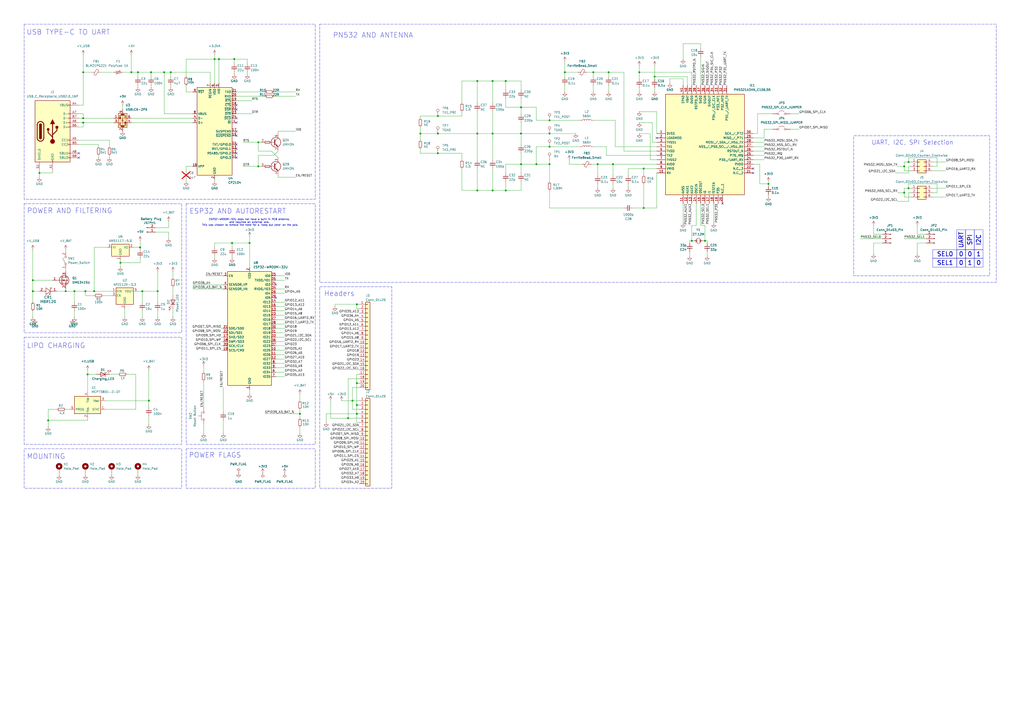
<source format=kicad_sch>
(kicad_sch (version 20231120) (generator "eeschema") (generator_version "8.0")
  (paper "A2")
  (title_block (title "ESP32 Board") (rev "1.0") (comment 1 "https://www.youtube.com/watch?v=b-7bMl6fJio") (comment 2 "https://cdn-learn.adafruit.com/assets/assets/000/041/630/original/feather_schem.png?1494449413") (comment 3 "https://dl.espressif.com/dl/schematics/ESP32-Core-Board-V2_sch.pdf"))
  (junction (at 527.05 109.22))
  (junction (at 373.38 97.79))
  (junction (at 373.38 120.65))
  (junction (at 207.01 234.95))
  (junction (at 50.8 217.17))
  (junction (at 276.86 110.49))
  (junction (at 524.51 111.76))
  (junction (at 201.93 242.57))
  (junction (at 54.61 168.91))
  (junction (at 207.01 240.03))
  (junction (at 48.26 68.58))
  (junction (at 22.86 100.33))
  (junction (at 27.94 243.84))
  (junction (at 207.01 222.25))
  (junction (at 91.44 168.91))
  (junction (at 524.51 96.52))
  (junction (at 207.01 176.53))
  (junction (at 302.26 62.23))
  (junction (at 293.37 110.49))
  (junction (at 346.71 95.25))
  (junction (at 134.62 140.97))
  (junction (at 318.77 77.47))
  (junction (at 285.75 77.47))
  (junction (at 445.77 106.68))
  (junction (at 95.25 41.91))
  (junction (at 243.84 77.47))
  (junction (at 254 88.9))
  (junction (at 38.1 168.91))
  (junction (at 355.6 95.25))
  (junction (at 124.46 34.29))
  (junction (at 69.85 152.4))
  (junction (at 344.17 41.91))
  (junction (at 276.86 46.99))
  (junction (at 48.26 41.91))
  (junction (at 318.77 95.25))
  (junction (at 144.78 140.97))
  (junction (at 353.06 41.91))
  (junction (at 285.75 46.99))
  (junction (at 293.37 46.99))
  (junction (at 149.86 96.52))
  (junction (at 19.05 168.91))
  (junction (at 254 77.47))
  (junction (at 302.26 95.25))
  (junction (at 318.77 85.09))
  (junction (at 173.99 240.03))
  (junction (at 81.28 143.51))
  (junction (at 276.86 77.47))
  (junction (at 254 67.31))
  (junction (at 379.73 44.45))
  (junction (at 48.26 71.12))
  (junction (at 401.32 139.7))
  (junction (at 408.94 139.7))
  (junction (at 43.18 168.91))
  (junction (at 86.36 232.41))
  (junction (at 99.06 41.91))
  (junction (at 135.89 34.29))
  (junction (at 149.86 82.55))
  (junction (at 76.2 41.91))
  (junction (at 204.47 232.41))
  (junction (at 127 34.29))
  (junction (at 311.15 95.25))
  (junction (at 302.26 77.47))
  (junction (at 87.63 41.91))
  (junction (at 82.55 168.91))
  (junction (at 80.01 41.91))
  (junction (at 285.75 110.49))
  (junction (at 370.84 41.91))
  (junction (at 19.05 162.56))
  (junction (at 327.66 41.91))
  (junction (at 318.77 69.85))
  (junction (at 527.05 93.98))
  (junction (at 49.53 168.91))
  (no_connect (at 137.16 71.12))
  (no_connect (at 137.16 76.2))
  (no_connect (at 436.88 97.79))
  (no_connect (at 137.16 60.96))
  (no_connect (at 45.72 88.9))
  (no_connect (at 160.02 172.72))
  (no_connect (at 137.16 91.44))
  (no_connect (at 436.88 100.33))
  (no_connect (at 381 80.01))
  (no_connect (at 137.16 68.58))
  (no_connect (at 137.16 78.74))
  (no_connect (at 137.16 88.9))
  (no_connect (at 137.16 63.5))
  (no_connect (at 137.16 83.82))
  (no_connect (at 45.72 91.44))
  (no_connect (at 419.1 118.11))
  (no_connect (at 160.02 165.1))
  (no_connect (at 137.16 86.36))
  (wire (pts (xy 81.28 139.7) (xy 81.28 143.51)))
  (wire (pts (xy 541.02 96.52) (xy 543.56 96.52)))
  (wire (pts (xy 124.46 31.75) (xy 124.46 34.29)))
  (wire (pts (xy 443.23 74.93) (xy 448.31 74.93)))
  (wire (pts (xy 63.5 217.17) (xy 68.58 217.17)))
  (wire (pts (xy 87.63 49.53) (xy 87.63 50.8)))
  (wire (pts (xy 351.79 90.17) (xy 351.79 85.09)))
  (wire (pts (xy 19.05 144.78) (xy 19.05 162.56)))
  (wire (pts (xy 111.76 53.34) (xy 107.95 53.34)))
  (wire (pts (xy 80.01 168.91) (xy 82.55 168.91)))
  (wire (pts (xy 45.72 73.66) (xy 48.26 73.66)))
  (wire (pts (xy 355.6 95.25) (xy 355.6 101.6)))
  (wire (pts (xy 355.6 106.68) (xy 355.6 109.22)))
  (wire (pts (xy 33.02 168.91) (xy 38.1 168.91)))
  (wire (pts (xy 381 82.55) (xy 378.46 82.55)))
  (wire (pts (xy 254 77.47) (xy 276.86 77.47)))
  (wire (pts (xy 410.21 146.05) (xy 410.21 148.59)))
  (wire (pts (xy 201.93 242.57) (xy 208.28 242.57)))
  (wire (pts (xy 129.54 224.79) (xy 129.54 238.76)))
  (wire (pts (xy 27.94 243.84) (xy 50.8 243.84)))
  (wire (pts (xy 378.46 82.55) (xy 378.46 71.12)))
  (wire (pts (xy 267.97 46.99) (xy 276.86 46.99)))
  (wire (pts (xy 149.86 90.17) (xy 149.86 96.52)))
  (wire (pts (xy 124.46 140.97) (xy 134.62 140.97)))
  (wire (pts (xy 439.42 66.04) (xy 448.31 66.04)))
  (wire (pts (xy 401.32 49.53) (xy 401.32 41.91)))
  (wire (pts (xy 137.16 53.34) (xy 153.67 53.34)))
  (wire (pts (xy 285.75 64.77) (xy 285.75 77.47)))
  (wire (pts (xy 135.89 41.91) (xy 135.89 43.18)))
  (wire (pts (xy 135.89 34.29) (xy 135.89 36.83)))
  (wire (pts (xy 204.47 224.79) (xy 204.47 232.41)))
  (wire (pts (xy 30.48 100.33) (xy 22.86 100.33)))
  (wire (pts (xy 71.12 60.96) (xy 71.12 63.5)))
  (wire (pts (xy 59.69 171.45) (xy 64.77 171.45)))
  (wire (pts (xy 293.37 100.33) (xy 293.37 95.25)))
  (wire (pts (xy 398.78 44.45) (xy 379.73 44.45)))
  (wire (pts (xy 293.37 95.25) (xy 302.26 95.25)))
  (wire (pts (xy 361.95 41.91) (xy 353.06 41.91)))
  (wire (pts (xy 107.95 34.29) (xy 124.46 34.29)))
  (wire (pts (xy 43.18 168.91) (xy 38.1 168.91)))
  (wire (pts (xy 511.81 135.89) (xy 506.73 135.89)))
  (wire (pts (xy 285.75 77.47) (xy 302.26 77.47)))
  (wire (pts (xy 22.86 99.06) (xy 22.86 100.33)))
  (wire (pts (xy 370.84 64.77) (xy 381 64.77)))
  (wire (pts (xy 440.69 95.25) (xy 440.69 106.68)))
  (wire (pts (xy 58.42 41.91) (xy 66.04 41.91)))
  (wire (pts (xy 158.75 55.88) (xy 171.45 55.88)))
  (wire (pts (xy 191.77 242.57) (xy 201.93 242.57)))
  (wire (pts (xy 396.24 118.11) (xy 396.24 129.54)))
  (wire (pts (xy 90.17 132.08) (xy 97.79 132.08)))
  (wire (pts (xy 254 88.9) (xy 267.97 88.9)))
  (wire (pts (xy 403.86 118.11) (xy 403.86 130.81)))
  (wire (pts (xy 445.77 113.03) (xy 445.77 114.3)))
  (wire (pts (xy 160.02 170.18) (xy 165.1 170.18)))
  (wire (pts (xy 302.26 77.47) (xy 302.26 83.82)))
  (wire (pts (xy 54.61 143.51) (xy 62.23 143.51)))
  (wire (pts (xy 45.72 83.82) (xy 57.15 83.82)))
  (wire (pts (xy 318.77 85.09) (xy 311.15 85.09)))
  (wire (pts (xy 99.06 49.53) (xy 99.06 50.8)))
  (wire (pts (xy 161.29 91.44) (xy 157.48 87.63)))
  (wire (pts (xy 520.7 116.84) (xy 527.05 116.84)))
  (wire (pts (xy 38.1 156.21) (xy 38.1 157.48)))
  (wire (pts (xy 144.78 137.16) (xy 144.78 140.97)))
  (wire (pts (xy 76.2 41.91) (xy 76.2 31.75)))
  (wire (pts (xy 302.26 95.25) (xy 302.26 100.33)))
  (wire (pts (xy 330.2 95.25) (xy 330.2 92.71)))
  (wire (pts (xy 82.55 168.91) (xy 82.55 175.26)))
  (wire (pts (xy 311.15 95.25) (xy 318.77 95.25)))
  (wire (pts (xy 243.84 68.58) (xy 243.84 67.31)))
  (wire (pts (xy 207.01 217.17) (xy 207.01 222.25)))
  (wire (pts (xy 160.02 213.36) (xy 165.1 213.36)))
  (wire (pts (xy 77.47 143.51) (xy 81.28 143.51)))
  (wire (pts (xy 327.66 49.53) (xy 327.66 53.34)))
  (wire (pts (xy 45.72 66.04) (xy 48.26 66.04)))
  (wire (pts (xy 121.92 41.91) (xy 121.92 48.26)))
  (wire (pts (xy 458.47 74.93) (xy 463.55 74.93)))
  (wire (pts (xy 124.46 148.59) (xy 124.46 149.86)))
  (wire (pts (xy 302.26 46.99) (xy 302.26 52.07)))
  (wire (pts (xy 160.02 162.56) (xy 165.1 162.56)))
  (wire (pts (xy 285.75 97.79) (xy 285.75 110.49)))
  (wire (pts (xy 43.18 175.26) (xy 43.18 168.91)))
  (wire (pts (xy 340.36 41.91) (xy 344.17 41.91)))
  (wire (pts (xy 160.02 167.64) (xy 165.1 167.64)))
  (wire (pts (xy 439.42 77.47) (xy 436.88 77.47)))
  (wire (pts (xy 198.12 232.41) (xy 204.47 232.41)))
  (wire (pts (xy 208.28 179.07) (xy 207.01 179.07)))
  (wire (pts (xy 124.46 140.97) (xy 124.46 143.51)))
  (wire (pts (xy 532.13 140.97) (xy 532.13 147.32)))
  (wire (pts (xy 370.84 38.1) (xy 370.84 41.91)))
  (wire (pts (xy 373.38 106.68) (xy 373.38 120.65)))
  (wire (pts (xy 293.37 110.49) (xy 302.26 110.49)))
  (wire (pts (xy 520.7 96.52) (xy 524.51 96.52)))
  (wire (pts (xy 111.76 167.64) (xy 129.54 167.64)))
  (wire (pts (xy 149.86 82.55) (xy 149.86 87.63)))
  (wire (pts (xy 76.2 68.58) (xy 111.76 68.58)))
  (wire (pts (xy 267.97 64.77) (xy 267.97 67.31)))
  (wire (pts (xy 49.53 274.32) (xy 49.53 275.59)))
  (wire (pts (xy 119.38 160.02) (xy 129.54 160.02)))
  (wire (pts (xy 346.71 106.68) (xy 346.71 109.22)))
  (wire (pts (xy 524.51 99.06) (xy 524.51 96.52)))
  (wire (pts (xy 118.11 215.9) (xy 118.11 212.09)))
  (wire (pts (xy 91.44 157.48) (xy 91.44 168.91)))
  (wire (pts (xy 45.72 71.12) (xy 48.26 71.12)))
  (wire (pts (xy 143.51 34.29) (xy 143.51 36.83)))
  (wire (pts (xy 370.84 77.47) (xy 377.19 77.47)))
  (wire (pts (xy 160.02 187.96) (xy 165.1 187.96)))
  (wire (pts (xy 160.02 208.28) (xy 165.1 208.28)))
  (wire (pts (xy 406.4 25.4) (xy 406.4 27.94)))
  (wire (pts (xy 54.61 171.45) (xy 49.53 171.45)))
  (wire (pts (xy 443.23 74.93) (xy 443.23 80.01)))
  (wire (pts (xy 111.76 165.1) (xy 129.54 165.1)))
  (wire (pts (xy 506.73 140.97) (xy 506.73 147.32)))
  (wire (pts (xy 48.26 66.04) (xy 48.26 68.58)))
  (wire (pts (xy 189.23 240.03) (xy 207.01 240.03)))
  (wire (pts (xy 149.86 90.17) (xy 158.75 90.17)))
  (wire (pts (xy 548.64 93.98) (xy 541.02 93.98)))
  (wire (pts (xy 344.17 41.91) (xy 344.17 44.45)))
  (wire (pts (xy 107.95 53.34) (xy 107.95 49.53)))
  (wire (pts (xy 86.36 232.41) (xy 86.36 236.22)))
  (wire (pts (xy 327.66 41.91) (xy 327.66 44.45)))
  (wire (pts (xy 370.84 41.91) (xy 370.84 45.72)))
  (wire (pts (xy 60.96 232.41) (xy 86.36 232.41)))
  (wire (pts (xy 443.23 80.01) (xy 436.88 80.01)))
  (wire (pts (xy 335.28 41.91) (xy 327.66 41.91)))
  (wire (pts (xy 50.8 217.17) (xy 50.8 227.33)))
  (wire (pts (xy 76.2 41.91) (xy 80.01 41.91)))
  (wire (pts (xy 173.99 240.03) (xy 173.99 242.57)))
  (wire (pts (xy 81.28 144.78) (xy 81.28 143.51)))
  (wire (pts (xy 403.86 130.81) (xy 401.32 130.81)))
  (wire (pts (xy 208.28 245.11) (xy 207.01 245.11)))
  (wire (pts (xy 406.4 130.81) (xy 408.94 130.81)))
  (wire (pts (xy 381 87.63) (xy 361.95 87.63)))
  (wire (pts (xy 82.55 180.34) (xy 82.55 184.15)))
  (wire (pts (xy 124.46 104.14) (xy 124.46 105.41)))
  (wire (pts (xy 373.38 97.79) (xy 373.38 101.6)))
  (wire (pts (xy 27.94 237.49) (xy 33.02 237.49)))
  (wire (pts (xy 129.54 243.84) (xy 129.54 251.46)))
  (wire (pts (xy 107.95 96.52) (xy 107.95 99.06)))
  (wire (pts (xy 69.85 152.4) (xy 69.85 154.94)))
  (wire (pts (xy 160.02 205.74) (xy 165.1 205.74)))
  (wire (pts (xy 524.51 138.43) (xy 537.21 138.43)))
  (wire (pts (xy 173.99 228.6) (xy 173.99 232.41)))
  (wire (pts (xy 302.26 62.23) (xy 302.26 66.04)))
  (wire (pts (xy 524.51 93.98) (xy 524.51 96.52)))
  (wire (pts (xy 127 34.29) (xy 124.46 34.29)))
  (wire (pts (xy 527.05 116.84) (xy 527.05 111.76)))
  (wire (pts (xy 149.86 96.52) (xy 151.13 96.52)))
  (wire (pts (xy 54.61 143.51) (xy 54.61 168.91)))
  (wire (pts (xy 293.37 46.99) (xy 293.37 52.07)))
  (wire (pts (xy 208.28 217.17) (xy 207.01 217.17)))
  (wire (pts (xy 396.24 25.4) (xy 396.24 34.29)))
  (wire (pts (xy 276.86 59.69) (xy 276.86 46.99)))
  (wire (pts (xy 207.01 222.25) (xy 207.01 234.95)))
  (wire (pts (xy 318.77 77.47) (xy 334.01 77.47)))
  (wire (pts (xy 527.05 111.76) (xy 528.32 111.76)))
  (wire (pts (xy 91.44 168.91) (xy 91.44 175.26)))
  (wire (pts (xy 100.33 166.37) (xy 100.33 171.45)))
  (wire (pts (xy 118.11 236.22) (xy 118.11 220.98)))
  (wire (pts (xy 318.77 120.65) (xy 318.77 110.49)))
  (wire (pts (xy 436.88 95.25) (xy 440.69 95.25)))
  (wire (pts (xy 396.24 45.72) (xy 396.24 49.53)))
  (wire (pts (xy 318.77 69.85) (xy 336.55 69.85)))
  (wire (pts (xy 71.12 41.91) (xy 76.2 41.91)))
  (wire (pts (xy 276.86 64.77) (xy 276.86 77.47)))
  (wire (pts (xy 379.73 50.8) (xy 379.73 53.34)))
  (wire (pts (xy 364.49 97.79) (xy 364.49 101.6)))
  (wire (pts (xy 57.15 90.17) (xy 57.15 91.44)))
  (wire (pts (xy 396.24 25.4) (xy 406.4 25.4)))
  (wire (pts (xy 443.23 92.71) (xy 436.88 92.71)))
  (wire (pts (xy 445.77 106.68) (xy 445.77 107.95)))
  (wire (pts (xy 243.84 77.47) (xy 254 77.47)))
  (wire (pts (xy 19.05 168.91) (xy 19.05 175.26)))
  (wire (pts (xy 267.97 67.31) (xy 254 67.31)))
  (wire (pts (xy 302.26 95.25) (xy 311.15 95.25)))
  (wire (pts (xy 45.72 81.28) (xy 63.5 81.28)))
  (wire (pts (xy 527.05 96.52) (xy 527.05 100.33)))
  (wire (pts (xy 90.17 134.62) (xy 97.79 134.62)))
  (wire (pts (xy 128.27 193.04) (xy 129.54 193.04)))
  (wire (pts (xy 135.89 34.29) (xy 143.51 34.29)))
  (wire (pts (xy 128.27 190.5) (xy 129.54 190.5)))
  (wire (pts (xy 160.02 185.42) (xy 165.1 185.42)))
  (wire (pts (xy 48.26 68.58) (xy 45.72 68.58)))
  (wire (pts (xy 80.01 41.91) (xy 80.01 44.45)))
  (wire (pts (xy 43.18 180.34) (xy 43.18 184.15)))
  (wire (pts (xy 548.64 99.06) (xy 541.02 99.06)))
  (wire (pts (xy 80.01 41.91) (xy 87.63 41.91)))
  (wire (pts (xy 381 85.09) (xy 356.87 85.09)))
  (wire (pts (xy 373.38 120.65) (xy 367.03 120.65)))
  (wire (pts (xy 527.05 91.44) (xy 527.05 93.98)))
  (wire (pts (xy 100.33 157.48) (xy 100.33 161.29)))
  (wire (pts (xy 408.94 130.81) (xy 408.94 139.7)))
  (wire (pts (xy 127 34.29) (xy 135.89 34.29)))
  (wire (pts (xy 158.75 53.34) (xy 171.45 53.34)))
  (wire (pts (xy 408.94 139.7) (xy 407.67 139.7)))
  (wire (pts (xy 160.02 203.2) (xy 165.1 203.2)))
  (wire (pts (xy 443.23 87.63) (xy 436.88 87.63)))
  (wire (pts (xy 189.23 240.03) (xy 189.23 245.11)))
  (wire (pts (xy 204.47 237.49) (xy 204.47 232.41)))
  (wire (pts (xy 361.95 87.63) (xy 361.95 41.91)))
  (wire (pts (xy 528.32 109.22) (xy 527.05 109.22)))
  (wire (pts (xy 311.15 85.09) (xy 311.15 95.25)))
  (wire (pts (xy 440.69 106.68) (xy 445.77 106.68)))
  (wire (pts (xy 410.21 139.7) (xy 408.94 139.7)))
  (wire (pts (xy 318.77 92.71) (xy 318.77 95.25)))
  (wire (pts (xy 160.02 193.04) (xy 165.1 193.04)))
  (wire (pts (xy 76.2 71.12) (xy 111.76 71.12)))
  (wire (pts (xy 86.36 232.41) (xy 86.36 214.63)))
  (wire (pts (xy 161.29 102.87) (xy 171.45 102.87)))
  (wire (pts (xy 377.19 92.71) (xy 381 92.71)))
  (wire (pts (xy 149.86 82.55) (xy 151.13 82.55)))
  (wire (pts (xy 398.78 49.53) (xy 398.78 44.45)))
  (wire (pts (xy 353.06 49.53) (xy 353.06 53.34)))
  (wire (pts (xy 91.44 180.34) (xy 91.44 184.15)))
  (wire (pts (xy 160.02 182.88) (xy 165.1 182.88)))
  (wire (pts (xy 285.75 46.99) (xy 293.37 46.99)))
  (wire (pts (xy 344.17 49.53) (xy 344.17 53.34)))
  (wire (pts (xy 267.97 88.9) (xy 267.97 92.71)))
  (wire (pts (xy 406.4 118.11) (xy 406.4 130.81)))
  (wire (pts (xy 80.01 274.32) (xy 80.01 275.59)))
  (wire (pts (xy 511.81 140.97) (xy 506.73 140.97)))
  (wire (pts (xy 414.02 118.11) (xy 414.02 129.54)))
  (wire (pts (xy 128.27 200.66) (xy 129.54 200.66)))
  (wire (pts (xy 400.05 139.7) (xy 400.05 140.97)))
  (wire (pts (xy 140.97 82.55) (xy 149.86 82.55)))
  (wire (pts (xy 64.77 274.32) (xy 64.77 275.59)))
  (wire (pts (xy 506.73 135.89) (xy 506.73 130.81)))
  (wire (pts (xy 99.06 41.91) (xy 121.92 41.91)))
  (wire (pts (xy 406.4 33.02) (xy 406.4 49.53)))
  (wire (pts (xy 302.26 88.9) (xy 302.26 95.25)))
  (wire (pts (xy 208.28 222.25) (xy 207.01 222.25)))
  (wire (pts (xy 361.95 120.65) (xy 318.77 120.65)))
  (wire (pts (xy 207.01 240.03) (xy 208.28 240.03)))
  (wire (pts (xy 63.5 81.28) (xy 63.5 85.09)))
  (wire (pts (xy 48.26 71.12) (xy 66.04 71.12)))
  (wire (pts (xy 528.32 114.3) (xy 524.51 114.3)))
  (wire (pts (xy 49.53 168.91) (xy 54.61 168.91)))
  (wire (pts (xy 344.17 85.09) (xy 351.79 85.09)))
  (wire (pts (xy 19.05 162.56) (xy 30.48 162.56)))
  (wire (pts (xy 293.37 57.15) (xy 293.37 62.23)))
  (wire (pts (xy 519.43 100.33) (xy 527.05 100.33)))
  (wire (pts (xy 276.86 77.47) (xy 285.75 77.47)))
  (wire (pts (xy 207.01 176.53) (xy 194.31 176.53)))
  (wire (pts (xy 69.85 151.13) (xy 69.85 152.4)))
  (wire (pts (xy 48.26 68.58) (xy 66.04 68.58)))
  (wire (pts (xy 160.02 195.58) (xy 165.1 195.58)))
  (wire (pts (xy 80.01 49.53) (xy 80.01 50.8)))
  (wire (pts (xy 499.11 138.43) (xy 511.81 138.43)))
  (wire (pts (xy 22.86 100.33) (xy 22.86 102.87)))
  (wire (pts (xy 293.37 62.23) (xy 302.26 62.23)))
  (wire (pts (xy 243.84 67.31) (xy 254 67.31)))
  (wire (pts (xy 381 90.17) (xy 351.79 90.17)))
  (wire (pts (xy 524.51 99.06) (xy 528.32 99.06)))
  (wire (pts (xy 50.8 243.84) (xy 50.8 242.57)))
  (wire (pts (xy 208.28 237.49) (xy 204.47 237.49)))
  (wire (pts (xy 160.02 218.44) (xy 165.1 218.44)))
  (wire (pts (xy 63.5 90.17) (xy 63.5 91.44)))
  (wire (pts (xy 207.01 234.95) (xy 208.28 234.95)))
  (wire (pts (xy 337.82 95.25) (xy 330.2 95.25)))
  (wire (pts (xy 353.06 44.45) (xy 353.06 41.91)))
  (wire (pts (xy 445.77 105.41) (xy 445.77 106.68)))
  (wire (pts (xy 532.13 135.89) (xy 532.13 130.81)))
  (wire (pts (xy 78.74 237.49) (xy 78.74 217.17)))
  (wire (pts (xy 81.28 152.4) (xy 69.85 152.4)))
  (wire (pts (xy 140.97 96.52) (xy 149.86 96.52)))
  (wire (pts (xy 48.26 41.91) (xy 53.34 41.91)))
  (wire (pts (xy 173.99 237.49) (xy 173.99 240.03)))
  (wire (pts (xy 243.84 73.66) (xy 243.84 77.47)))
  (wire (pts (xy 302.26 62.23) (xy 311.15 62.23)))
  (wire (pts (xy 128.27 195.58) (xy 129.54 195.58)))
  (wire (pts (xy 293.37 105.41) (xy 293.37 110.49)))
  (wire (pts (xy 344.17 69.85) (xy 356.87 69.85)))
  (wire (pts (xy 302.26 57.15) (xy 302.26 62.23)))
  (wire (pts (xy 124.46 34.29) (xy 124.46 48.26)))
  (wire (pts (xy 378.46 71.12) (xy 370.84 71.12)))
  (wire (pts (xy 160.02 160.02) (xy 165.1 160.02)))
  (wire (pts (xy 60.96 237.49) (xy 78.74 237.49)))
  (wire (pts (xy 208.28 176.53) (xy 207.01 176.53)))
  (wire (pts (xy 527.05 106.68) (xy 527.05 109.22)))
  (wire (pts (xy 524.51 109.22) (xy 524.51 111.76)))
  (wire (pts (xy 370.84 41.91) (xy 401.32 41.91)))
  (wire (pts (xy 267.97 59.69) (xy 267.97 46.99)))
  (wire (pts (xy 50.8 214.63) (xy 50.8 217.17)))
  (wire (pts (xy 160.02 198.12) (xy 165.1 198.12)))
  (wire (pts (xy 527.05 93.98) (xy 524.51 93.98)))
  (wire (pts (xy 48.26 73.66) (xy 48.26 71.12)))
  (wire (pts (xy 134.62 148.59) (xy 134.62 149.86)))
  (wire (pts (xy 107.95 104.14) (xy 107.95 105.41)))
  (wire (pts (xy 204.47 232.41) (xy 208.28 232.41)))
  (wire (pts (xy 161.29 76.2) (xy 171.45 76.2)))
  (wire (pts (xy 134.62 140.97) (xy 134.62 143.51)))
  (wire (pts (xy 285.75 77.47) (xy 285.75 92.71)))
  (wire (pts (xy 87.63 41.91) (xy 87.63 44.45)))
  (wire (pts (xy 443.23 85.09) (xy 436.88 85.09)))
  (wire (pts (xy 19.05 180.34) (xy 19.05 184.15)))
  (wire (pts (xy 34.29 274.32) (xy 34.29 275.59)))
  (wire (pts (xy 524.51 114.3) (xy 524.51 111.76)))
  (wire (pts (xy 48.26 31.75) (xy 48.26 41.91)))
  (wire (pts (xy 54.61 168.91) (xy 64.77 168.91)))
  (wire (pts (xy 137.16 66.04) (xy 146.05 66.04)))
  (wire (pts (xy 99.06 41.91) (xy 99.06 44.45)))
  (wire (pts (xy 381 100.33) (xy 381 120.65)))
  (wire (pts (xy 128.27 203.2) (xy 129.54 203.2)))
  (wire (pts (xy 381 120.65) (xy 373.38 120.65)))
  (wire (pts (xy 149.86 87.63) (xy 157.48 87.63)))
  (wire (pts (xy 208.28 224.79) (xy 204.47 224.79)))
  (wire (pts (xy 194.31 176.53) (xy 194.31 177.8)))
  (wire (pts (xy 30.48 99.06) (xy 30.48 100.33)))
  (wire (pts (xy 144.78 140.97) (xy 144.78 154.94)))
  (wire (pts (xy 267.97 97.79) (xy 267.97 110.49)))
  (wire (pts (xy 439.42 66.04) (xy 439.42 77.47)))
  (wire (pts (xy 285.75 46.99) (xy 285.75 59.69)))
  (wire (pts (xy 81.28 149.86) (xy 81.28 152.4)))
  (wire (pts (xy 302.26 105.41) (xy 302.26 110.49)))
  (wire (pts (xy 49.53 171.45) (xy 49.53 168.91)))
  (wire (pts (xy 38.1 144.78) (xy 38.1 146.05)))
  (wire (pts (xy 400.05 146.05) (xy 400.05 148.59)))
  (wire (pts (xy 82.55 168.91) (xy 91.44 168.91)))
  (wire (pts (xy 276.86 46.99) (xy 285.75 46.99)))
  (wire (pts (xy 327.66 35.56) (xy 327.66 41.91)))
  (wire (pts (xy 95.25 66.04) (xy 111.76 66.04)))
  (wire (pts (xy 276.86 110.49) (xy 285.75 110.49)))
  (wire (pts (xy 276.86 97.79) (xy 276.86 110.49)))
  (wire (pts (xy 118.11 246.38) (xy 118.11 251.46)))
  (wire (pts (xy 191.77 232.41) (xy 191.77 242.57)))
  (wire (pts (xy 381 64.77) (xy 381 77.47)))
  (wire (pts (xy 57.15 83.82) (xy 57.15 85.09)))
  (wire (pts (xy 72.39 179.07) (xy 72.39 184.15)))
  (wire (pts (xy 548.64 109.22) (xy 541.02 109.22)))
  (wire (pts (xy 160.02 200.66) (xy 165.1 200.66)))
  (wire (pts (xy 127 34.29) (xy 127 48.26)))
  (wire (pts (xy 86.36 241.3) (xy 86.36 246.38)))
  (wire (pts (xy 370.84 50.8) (xy 370.84 53.34)))
  (wire (pts (xy 443.23 82.55) (xy 436.88 82.55)))
  (wire (pts (xy 27.94 247.65) (xy 27.94 243.84)))
  (wire (pts (xy 137.16 58.42) (xy 146.05 58.42)))
  (wire (pts (xy 160.02 180.34) (xy 165.1 180.34)))
  (wire (pts (xy 388.62 48.26) (xy 388.62 45.72)))
  (wire (pts (xy 543.56 91.44) (xy 527.05 91.44)))
  (wire (pts (xy 410.21 139.7) (xy 410.21 140.97)))
  (wire (pts (xy 342.9 95.25) (xy 346.71 95.25)))
  (wire (pts (xy 128.27 198.12) (xy 129.54 198.12)))
  (wire (pts (xy 527.05 109.22) (xy 524.51 109.22)))
  (wire (pts (xy 353.06 41.91) (xy 344.17 41.91)))
  (wire (pts (xy 276.86 77.47) (xy 276.86 92.71)))
  (wire (pts (xy 377.19 77.47) (xy 377.19 92.71)))
  (wire (pts (xy 311.15 62.23) (xy 311.15 69.85)))
  (wire (pts (xy 144.78 226.06) (xy 144.78 228.6)))
  (wire (pts (xy 45.72 60.96) (xy 48.26 60.96)))
  (wire (pts (xy 364.49 106.68) (xy 364.49 109.22)))
  (wire (pts (xy 173.99 247.65) (xy 173.99 251.46)))
  (wire (pts (xy 537.21 135.89) (xy 532.13 135.89)))
  (wire (pts (xy 541.02 111.76) (xy 543.56 111.76)))
  (wire (pts (xy 207.01 234.95) (xy 207.01 240.03)))
  (wire (pts (xy 381 97.79) (xy 373.38 97.79)))
  (wire (pts (xy 543.56 96.52) (xy 543.56 91.44)))
  (wire (pts (xy 388.62 45.72) (xy 396.24 45.72)))
  (wire (pts (xy 318.77 85.09) (xy 336.55 85.09)))
  (wire (pts (xy 443.23 90.17) (xy 436.88 90.17)))
  (wire (pts (xy 19.05 162.56) (xy 19.05 168.91)))
  (wire (pts (xy 285.75 110.49) (xy 293.37 110.49)))
  (wire (pts (xy 161.29 87.63) (xy 158.75 90.17)))
  (wire (pts (xy 43.18 168.91) (xy 49.53 168.91)))
  (wire (pts (xy 537.21 140.97) (xy 532.13 140.97)))
  (wire (pts (xy 543.56 106.68) (xy 527.05 106.68)))
  (wire (pts (xy 243.84 77.47) (xy 243.84 81.28)))
  (wire (pts (xy 160.02 175.26) (xy 165.1 175.26)))
  (wire (pts (xy 107.95 44.45) (xy 107.95 34.29)))
  (wire (pts (xy 160.02 190.5) (xy 165.1 190.5)))
  (wire (pts (xy 134.62 140.97) (xy 144.78 140.97)))
  (wire (pts (xy 207.01 245.11) (xy 207.01 240.03)))
  (wire (pts (xy 243.84 86.36) (xy 243.84 88.9)))
  (wire (pts (xy 38.1 237.49) (xy 40.64 237.49)))
  (wire (pts (xy 548.64 114.3) (xy 541.02 114.3)))
  (wire (pts (xy 400.05 139.7) (xy 401.32 139.7)))
  (wire (pts (xy 318.77 95.25) (xy 318.77 105.41)))
  (wire (pts (xy 401.32 139.7) (xy 402.59 139.7)))
  (wire (pts (xy 19.05 168.91) (xy 22.86 168.91)))
  (wire (pts (xy 243.84 88.9) (xy 254 88.9)))
  (wire (pts (xy 95.25 41.91) (xy 95.25 66.04)))
  (wire (pts (xy 100.33 179.07) (xy 100.33 184.15)))
  (wire (pts (xy 346.71 95.25) (xy 346.71 101.6)))
  (wire (pts (xy 401.32 130.81) (xy 401.32 139.7)))
  (wire (pts (xy 97.79 134.62) (xy 97.79 138.43)))
  (wire (pts (xy 379.73 44.45) (xy 379.73 45.72)))
  (wire (pts (xy 463.55 66.04) (xy 458.47 66.04)))
  (wire (pts (xy 95.25 41.91) (xy 99.06 41.91)))
  (wire (pts (xy 160.02 215.9) (xy 165.1 215.9)))
  (wire (pts (xy 355.6 95.25) (xy 381 95.25)))
  (wire (pts (xy 87.63 41.91) (xy 95.25 41.91)))
  (wire (pts (xy 78.74 217.17) (xy 73.66 217.17)))
  (wire (pts (xy 267.97 110.49) (xy 276.86 110.49)))
  (wire (pts (xy 302.26 77.47) (xy 318.77 77.47)))
  (wire (pts (xy 528.32 93.98) (xy 527.05 93.98)))
  (wire (pts (xy 137.16 55.88) (xy 153.67 55.88)))
  (wire (pts (xy 161.29 76.2) (xy 161.29 77.47)))
  (wire (pts (xy 293.37 46.99) (xy 302.26 46.99)))
  (wire (pts (xy 207.01 179.07) (xy 207.01 176.53)))
  (wire (pts (xy 543.56 111.76) (xy 543.56 106.68)))
  (wire (pts (xy 160.02 210.82) (xy 165.1 210.82)))
  (wire (pts (xy 38.1 167.64) (xy 38.1 168.91)))
  (wire (pts (xy 107.95 96.52) (xy 111.76 96.52)))
  (wire (pts (xy 201.93 219.71) (xy 208.28 219.71)))
  (wire (pts (xy 153.67 240.03) (xy 173.99 240.03)))
  (wire (pts (xy 318.77 69.85) (xy 311.15 69.85)))
  (wire (pts (xy 379.73 38.1) (xy 379.73 44.45)))
  (wire (pts (xy 520.7 111.76) (xy 524.51 111.76)))
  (wire (pts (xy 201.93 219.71) (xy 201.93 242.57)))
  (wire (pts (xy 50.8 217.17) (xy 55.88 217.17)))
  (wire (pts (xy 143.51 41.91) (xy 143.51 43.18)))
  (wire (pts (xy 527.05 96.52) (xy 528.32 96.52)))
  (wire (pts (xy 27.94 237.49) (xy 27.94 243.84)))
  (wire (pts (xy 161.29 101.6) (xy 161.29 102.87)))
  (wire (pts (xy 364.49 97.79) (xy 373.38 97.79)))
  (wire (pts (xy 302.26 71.12) (xy 302.26 77.47)))
  (wire (pts (xy 356.87 85.09) (xy 356.87 69.85)))
  (wire (pts (xy 160.02 177.8) (xy 165.1 177.8)))
  (wire (pts (xy 48.26 60.96) (xy 48.26 41.91)))
  (wire (pts (xy 97.79 132.08) (xy 97.79 128.27)))
  (wire (pts (xy 346.71 95.25) (xy 355.6 95.25)))
  (rectangle (start 185.42 166.37) (end 227.33 283.21) (stroke (width 0) (type dash)))
  (rectangle (start 495.3 78.74) (end 574.04 160.02) (stroke (width 0) (type dash)))
  (rectangle (start 185.42 13.97) (end 577.85 163.83) (stroke (width 0) (type dash)))
  (rectangle (start 107.95 260.35) (end 182.88 283.21) (stroke (width 0) (type dash)))
  (rectangle (start 13.97 195.58) (end 105.41 257.81) (stroke (width 0) (type dash)))
  (rectangle (start 13.97 260.35) (end 105.41 283.21) (stroke (width 0) (type dash)))
  (rectangle (start 107.95 118.11) (end 182.88 257.81) (stroke (width 0) (type dash)))
  (rectangle (start 13.97 13.97) (end 182.88 115.57) (stroke (width 0) (type dash)))
  (rectangle (start 13.97 118.11) (end 105.41 193.04) (stroke (width 0) (type dash)))
  (text_box "SPI" (at 560.07 133.35 90) (size 5.08 11.43) (effects (font (size 2.54 2.54) (thickness 0.381) (bold yes))))
  (text_box "1" (at 560.07 149.86 0) (size 5.08 5.08) (effects (font (size 2.54 2.54) (thickness 0.381) (bold yes))))
  (text_box "0" (at 554.99 144.78 0) (size 5.08 5.08) (effects (font (size 2.54 2.54) (thickness 0.381) (bold yes))))
  (text_box "0" (at 554.99 149.86 0) (size 5.08 5.08) (effects (font (size 2.54 2.54) (thickness 0.381) (bold yes))))
  (text_box "I2C" (at 565.15 133.35 90) (size 5.08 11.43) (effects (font (size 2.54 2.54) (thickness 0.381) (bold yes))))
  (text_box "0" (at 565.15 149.86 0) (size 5.08 5.08) (effects (font (size 2.54 2.54) (thickness 0.381) (bold yes))))
  (text_box "SEL0" (at 541.02 144.78 0) (size 13.97 5.08) (effects (font (size 2.54 2.54) (thickness 0.381) (bold yes)) (justify right)))
  (text_box "UART" (at 554.99 133.35 90) (size 5.08 11.43) (effects (font (size 2.54 2.54) (thickness 0.381) (bold yes))))
  (text_box "SEL1" (at 541.02 149.86 0) (size 13.97 5.08) (effects (font (size 2.54 2.54) (thickness 0.381) (bold yes)) (justify right)))
  (text_box "0" (at 560.07 144.78 0) (size 5.08 5.08) (effects (font (size 2.54 2.54) (thickness 0.381) (bold yes))))
  (text_box "1" (at 565.15 144.78 0) (size 5.08 5.08) (effects (font (size 2.54 2.54) (thickness 0.381) (bold yes))))
  (text "PN532 AND ANTENNA" (at 216.408 20.574 0) (effects (font (size 2.921 2.921))))
  (text "LIPO CHARGING" (at 32.512 200.66 0) (effects (font (size 2.921 2.921))))
  (text "Headers" (at 196.85 170.434 0) (effects (font (size 2.921 2.921))))
  (text "ESP32-WROOM-32U does not have a built in PCB antenna, \nand requires an external one. \nThis was chosen to remove the need for a 'keep out zone' on the pcb." (at 145.034 129.032 0) (effects (font (size 1.016 1.016))))
  (text "USB TYPE-C TO UART" (at 39.624 18.796 0) (effects (font (size 2.921 2.921))))
  (text "ESP32 AND AUTORESTART" (at 137.922 122.682 0) (effects (font (size 2.921 2.921))))
  (text "UART, I2C, SPI Selection" (at 529.336 82.804 0) (effects (font (size 2.54 2.54))))
  (text "POWER FLAGS" (at 124.714 264.16 0) (effects (font (size 2.921 2.921))))
  (text "MOUNTING" (at 26.67 264.922 0) (effects (font (size 2.921 2.921))))
  (text "POWER AND FILTERING" (at 40.386 122.428 0) (effects (font (size 2.921 2.921))))
  (label "GPIO07_SPI_MISO" (at 463.55 74.93 0))
  (label "GPIO11_SPI_CS" (at 208.28 265.43 180))
  (label "GPIO27_A10" (at 165.1 208.28 0))
  (label "GPIO25_A1" (at 208.28 267.97 180))
  (label "GPIO06_SPI_CLK" (at 463.55 66.04 0))
  (label "GPIO09_SPI_HD" (at 208.28 257.81 180))
  (label "RTS" (at 140.97 82.55 0))
  (label "GPIO32_A7" (at 208.28 275.59 180))
  (label "TX" (at 171.45 55.88 0))
  (label "GPIO36_A4" (at 111.76 165.1 0))
  (label "GPIO34_A2" (at 165.1 215.9 0))
  (label "GPIO19" (at 165.1 193.04 0))
  (label "GPIO26_A0" (at 165.1 205.74 0))
  (label "PN532_P32" (at 419.1 49.53 90))
  (label "GPIO18" (at 165.1 190.5 0))
  (label "EN{slash}RESET" (at 119.38 160.02 0))
  (label "EN{slash}RESET" (at 118.11 236.22 90))
  (label "GPIO4_A5" (at 165.1 170.18 0))
  (label "GPIO11_SPI_CS" (at 548.64 109.22 0))
  (label "GPIO09_SPI_HD" (at 128.27 195.58 180))
  (label "GPIO14_A6" (at 165.1 180.34 0))
  (label "GPIO10_SPI_WP" (at 128.27 198.12 180))
  (label "PN532_SEL1" (at 411.48 118.11 270))
  (label "PN532_P30_UART_RX" (at 443.23 92.71 0))
  (label "GPIO16_UART2_RX" (at 548.64 99.06 0))
  (label "PN532_P31_UART_TX" (at 421.64 49.53 90))
  (label "GPIO08_SPI_MOSI" (at 208.28 255.27 180))
  (label "GPIO4_A5" (at 208.28 186.69 180))
  (label "GPIO39_A3_BAT_%" (at 111.76 167.64 0))
  (label "PN532_SEL0" (at 408.94 118.11 270))
  (label "GPIO11_SPI_CS" (at 128.27 203.2 180))
  (label "GPIO13_A12" (at 165.1 177.8 0))
  (label "GPIO22_I2C_SCL" (at 208.28 250.19 180))
  (label "GPIO21_I2C_SDA" (at 165.1 195.58 0))
  (label "PN532_SEL0" (at 499.11 138.43 0))
  (label "GPIO07_SPI_MISO" (at 208.28 252.73 180))
  (label "GPIO18" (at 208.28 204.47 180))
  (label "GPIO08_SPI_MOSI" (at 128.27 193.04 180))
  (label "GPIO17_UART2_TX" (at 165.1 187.96 0))
  (label "GPIO14_A6" (at 208.28 194.31 180))
  (label "PN532_NSS_SCL_RX" (at 520.7 111.76 180))
  (label "RTS" (at 146.05 58.42 0))
  (label "GPIO34_A2" (at 208.28 280.67 180))
  (label "GPIO15_A8" (at 208.28 196.85 180))
  (label "GPIO16_UART2_RX" (at 208.28 199.39 180))
  (label "GPIO21_I2C_SDA" (at 208.28 247.65 180))
  (label "PN532_RSTPD_N" (at 403.86 49.53 90))
  (label "DTR" (at 140.97 96.52 0))
  (label "GPIO17_UART2_TX" (at 548.64 114.3 0))
  (label "GPIO16_UART2_RX" (at 165.1 185.42 0))
  (label "GPIO12_A11" (at 208.28 189.23 180))
  (label "GPIO06_SPI_CLK" (at 128.27 200.66 180))
  (label "DTR" (at 146.05 66.04 0))
  (label "GPIO27_A10" (at 208.28 273.05 180))
  (label "GPIO21_I2C_SDA" (at 519.43 100.33 180))
  (label "PN532_MOSI_SDA_TX" (at 443.23 82.55 0))
  (label "GPIO10_SPI_WP" (at 208.28 260.35 180))
  (label "IO0" (at 171.45 76.2 0))
  (label "GPIO07_SPI_MISO" (at 128.27 190.5 180))
  (label "GPIO22_I2C_SCL" (at 520.7 116.84 180))
  (label "RX" (at 165.1 167.64 0))
  (label "EN{slash}RESET" (at 129.54 224.79 90))
  (label "PN532_SIGIN" (at 408.94 49.53 90))
  (label "PN532_P34_SIC_CLK" (at 414.02 49.53 90))
  (label "GPIO22_I2C_SCL" (at 165.1 198.12 0))
  (label "GPIO25_A1" (at 165.1 203.2 0))
  (label "GPIO35_A13" (at 208.28 181.61 180))
  (label "TX" (at 165.1 162.56 0))
  (label "GPIO39_A3_BAT_%" (at 153.67 240.03 0))
  (label "PN532_SIGOUT" (at 411.48 49.53 90))
  (label "PN532_MOSI_SDA_TX" (at 520.7 96.52 180))
  (label "GPIO13_A12" (at 208.28 191.77 180))
  (label "GPIO17_UART2_TX" (at 208.28 201.93 180))
  (label "PN532_IRQ" (at 443.23 90.17 0))
  (label "GPIO06_SPI_CLK" (at 208.28 262.89 180))
  (label "GPIO12_A11" (at 165.1 175.26 0))
  (label "GPIO21_I2C_SDA" (at 208.28 212.09 180))
  (label "PN532_P33" (at 416.56 49.53 90))
  (label "GPIO36_A4" (at 208.28 184.15 180))
  (label "PN532_AUX1" (at 398.78 118.11 270))
  (label "PN532_RSTOUT_N" (at 443.23 87.63 0))
  (label "GPIO26_A0" (at 208.28 270.51 180))
  (label "PN532_P35" (at 416.56 118.11 270))
  (label "IO0" (at 165.1 160.02 0))
  (label "GPIO33_A9" (at 165.1 213.36 0))
  (label "GPIO33_A9" (at 208.28 278.13 180))
  (label "GPIO23" (at 165.1 200.66 0))
  (label "RX" (at 171.45 53.34 0))
  (label "GPIO19" (at 208.28 207.01 180))
  (label "GPIO32_A7" (at 165.1 210.82 0))
  (label "GPIO15_A8" (at 165.1 182.88 0))
  (label "PN532_NSS_SCL_RX" (at 443.23 85.09 0))
  (label "PN532_AUX2" (at 401.32 118.11 270))
  (label "GPIO35_A13" (at 165.1 218.44 0))
  (label "PN532_SEL1" (at 524.51 138.43 0))
  (label "GPIO08_SPI_MOSI" (at 548.64 93.98 0))
  (label "GPIO23" (at 208.28 209.55 180))
  (label "GPIO22_I2C_SCL" (at 208.28 214.63 180))
  (label "EN{slash}RESET" (at 171.45 102.87 0))
  (symbol (lib_id "Device:R_Small") (at 173.99 234.95 0) (unit 1)
    (property "Reference" "R12" (at 175.26 233.934 0) (effects (justify left)))
    (property "Value" "10K" (at 175.514 235.966 0) (effects (justify left)))
    (property "Footprint" "Resistor_SMD:R_0402_1005Metric_Pad0.72x0.64mm_HandSolder" (effects (hide yes)))
    (property "Description" "Resistor, small symbol" (effects (hide yes)))
  )
  (symbol (lib_id "Device:FerriteBead_Small") (at 337.82 41.91 90) (unit 1)
    (property "Reference" "FB2" (at 337.7819 35.56 90))
    (property "Value" "FerriteBead_Small" (at 337.7819 38.1 90))
    (property "Footprint" "Ferrite:BEADC2012X145N" (effects (hide yes)))
    (property "Description" "Ferrite bead, small symbol" (effects (hide yes)))
  )
  (symbol (lib_id "power:GND") (at 69.85 154.94 0) (unit 1)
    (property "Reference" "#PWR062" (effects (hide yes)))
    (property "Value" "GND" (at 69.85 158.75 0))
    (property "Description" "Power symbol creates a global label with name \"GND\" , ground" (effects (hide yes)))
  )
  (symbol (lib_id "power:GND") (at 144.78 228.6 0) (unit 1)
    (property "Reference" "#PWR042" (effects (hide yes)))
    (property "Value" "GND" (at 144.78 232.41 0))
  )
  (symbol (lib_id "Device:C_Small") (at 129.54 241.3 0) (unit 1)
    (property "Reference" "C10" (at 132.08 240.0362 0) (effects (justify left)))
    (property "Value" "1u" (at 132.08 242.5762 0) (effects (justify left)))
    (property "Footprint" "Capacitor_SMD:C_0402_1005Metric_Pad0.74x0.62mm_HandSolder" (effects (hide yes)))
  )
  (symbol (lib_id "power:+3.3V") (at 327.66 35.56 0) (unit 1)
    (property "Reference" "#PWR063" (effects (hide yes)))
    (property "Value" "+3V3" (at 327.66 30.988 0))
  )
  (symbol (lib_id "Device:C_Small") (at 379.73 48.26 0) (unit 1)
    (property "Reference" "C16" (at 381.508 46.99 0) (effects (justify left)))
    (property "Value" "0.1u" (at 381.508 49.53 0) (effects (justify left)))
    (property "Footprint" "Capacitor_THT:C_Axial_L3.8mm_D2.6mm_P10.00mm_Horizontal" (effects (hide yes)))
    (property "Description" "Unpolarized capacitor, small symbol" (effects (hide yes)))
  )
  (symbol (lib_id "Connector:TestPoint") (at 254 88.9 0) (unit 1)
    (property "Reference" "TP5" (at 256.54 84.3279 0) (effects (justify left)))
    (property "Value" "TX2_PRE" (at 256.54 86.8679 0) (effects (justify left)))
    (property "Footprint" "TestPoint:TestPoint_Pad_D1.5mm" (effects (hide yes)))
    (property "Description" "test point" (effects (hide yes)))
  )
  (symbol (lib_id "power:GND") (at 27.94 247.65 0) (unit 1)
    (property "Reference" "#PWR03" (effects (hide yes)))
    (property "Value" "GND" (at 27.94 251.46 0))
  )
  (symbol (lib_id "power:PWR_FLAG") (at 165.1 274.32 180) (unit 1)
    (property "Reference" "#FLG03" (effects (hide yes)))
    (property "Value" "PWR_FLAG" (at 165.1 279.4 0))
  )
  (symbol (lib_id "power:+3.3V") (at 100.33 157.48 0) (unit 1)
    (property "Reference" "#PWR080" (effects (hide yes)))
    (property "Value" "+3V3" (at 100.33 152.908 0))
  )
  (symbol (lib_id "Device:C_Small") (at 364.49 104.14 0) (unit 1)
    (property "Reference" "C27" (at 366.268 102.87 0) (effects (justify left)))
    (property "Value" "0.1u" (at 366.268 105.41 0) (effects (justify left)))
    (property "Footprint" "Capacitor_THT:C_Axial_L3.8mm_D2.6mm_P10.00mm_Horizontal" (effects (hide yes)))
    (property "Description" "Unpolarized capacitor, small symbol" (effects (hide yes)))
  )
  (symbol (lib_id "power:GND") (at 379.73 53.34 0) (unit 1)
    (property "Reference" "#PWR052" (effects (hide yes)))
    (property "Value" "GND" (at 379.73 57.404 0))
    (property "Description" "Power symbol creates a global label with name \"GND\" , ground" (effects (hide yes)))
  )
  (symbol (lib_id "power:GND") (at 80.01 50.8 0) (unit 1)
    (property "Reference" "#PWR020" (effects (hide yes)))
    (property "Value" "GND" (at 80.01 54.61 0))
    (property "Description" "Power symbol creates a global label with name \"GND\" , ground" (effects (hide yes)))
  )
  (symbol (lib_id "power:+5V") (at 76.2 31.75 0) (unit 1)
    (property "Reference" "#PWR019" (effects (hide yes)))
    (property "Value" "+5V" (at 76.2 26.67 0))
    (property "Description" "Power symbol creates a global label with name \"+5V\"" (effects (hide yes)))
  )
  (symbol (lib_id "power:GND") (at 400.05 148.59 0) (unit 1)
    (property "Reference" "#PWR073" (effects (hide yes)))
    (property "Value" "GND" (at 400.05 152.654 0))
    (property "Description" "Power symbol creates a global label with name \"GND\" , ground" (effects (hide yes)))
  )
  (symbol (lib_id "Connector_Generic:Conn_02x03_Top_Bottom") (at 533.4 111.76 0) (unit 1)
    (property "Reference" "J5" (at 534.67 102.87 0))
    (property "Value" "Conn_02x03_Counter_Clockwise" (at 534.67 105.41 0))
    (property "Footprint" "Connector_PinHeader_2.54mm:PinHeader_2x03_P2.54mm_Vertical" (effects (hide yes)))
    (property "Description" "Generic connector, double row, 02x03, top/bottom pin numbering scheme (row 1: 1...pins_per_row, row2: pins_per_row+1 ... num_pins), script generated (kicad-library-utils/schlib/autogen/connector/)" (effects (hide yes)))
  )
  (symbol (lib_id "power:GND") (at 370.84 71.12 0) (unit 1)
    (property "Reference" "#PWR071" (effects (hide yes)))
    (property "Value" "GND" (at 370.84 75.184 0))
    (property "Description" "Power symbol creates a global label with name \"GND\" , ground" (effects (hide yes)))
  )
  (symbol (lib_id "power:GND") (at 34.29 275.59 0) (unit 1)
    (property "Reference" "#PWR05" (effects (hide yes)))
    (property "Value" "GND" (at 34.29 279.4 0))
    (property "Description" "Power symbol creates a global label with name \"GND\" , ground" (effects (hide yes)))
  )
  (symbol (lib_id "Device:C_Small") (at 143.51 39.37 0) (unit 1)
    (property "Reference" "C13" (at 145.288 38.1 0) (effects (justify left)))
    (property "Value" "100n" (at 145.288 40.64 0) (effects (justify left)))
    (property "Footprint" "Capacitor_SMD:C_0805_2012Metric_Pad1.18x1.45mm_HandSolder" (effects (hide yes)))
    (property "Description" "Unpolarized capacitor, small symbol" (effects (hide yes)))
  )
  (symbol (lib_id "power:GND") (at 370.84 64.77 0) (unit 1)
    (property "Reference" "#PWR070" (effects (hide yes)))
    (property "Value" "GND" (at 370.84 68.834 0))
    (property "Description" "Power symbol creates a global label with name \"GND\" , ground" (effects (hide yes)))
  )
  (symbol (lib_id "Connector:Conn_01x02_Pin") (at 85.09 134.62 0) (mirror x) (unit 1)
    (property "Reference" "JSTPH1" (at 86.868 129.286 0))
    (property "Value" "Battery Plug" (at 87.63 127 0))
    (property "Footprint" "Connector_JST:JST_PH_S2B-PH-K_1x02_P2.00mm_Horizontal" (effects (hide yes)))
    (property "Description" "Generic connector, single row, 01x02, script generated" (effects (hide yes)))
  )
  (symbol (lib_id "power:GND") (at 346.71 109.22 0) (unit 1)
    (property "Reference" "#PWR067" (effects (hide yes)))
    (property "Value" "GND" (at 346.71 113.284 0))
    (property "Description" "Power symbol creates a global label with name \"GND\" , ground" (effects (hide yes)))
  )
  (symbol (lib_id "Jumper:Jumper_2_Open") (at 453.39 66.04 0) (unit 1) (exclude_from_sim yes)
    (property "Reference" "JP3" (at 453.39 59.69 0))
    (property "Value" "PN532_SPI_CLK_JUMPER" (at 453.39 62.23 0))
    (property "Footprint" "TestPoint:TestPoint_2Pads_Pitch5.08mm_Drill1.3mm" (effects (hide yes)))
    (property "Description" "Jumper, 2-pole, open" (effects (hide yes)))
  )
  (symbol (lib_id "Device:R_Small") (at 118.11 218.44 0) (unit 1)
    (property "Reference" "R9" (at 119.38 217.424 0) (effects (justify left)))
    (property "Value" "10K" (at 119.634 219.456 0) (effects (justify left)))
    (property "Footprint" "Resistor_SMD:R_0402_1005Metric_Pad0.72x0.64mm_HandSolder" (effects (hide yes)))
    (property "Description" "Resistor, small symbol" (effects (hide yes)))
  )
  (symbol (lib_id "Connector:USB_C_Receptacle_USB2.0_16P") (at 30.48 76.2 0) (unit 1)
    (property "Reference" "J1" (at 30.48 53.34 0))
    (property "Value" "USB_C_Receptacle_USB2.0_16P" (at 30.48 55.88 0))
    (property "Footprint" "Connector_USB:USB_C_Receptacle_HRO_TYPE-C-31-M-12" (effects (hide yes)))
    (property "Datasheet" "https://www.usb.org/sites/default/files/documents/usb_type-c.zip" (effects (hide yes)))
    (property "Description" "USB 2.0-only 16P Type-C Receptacle connector" (effects (hide yes)))
  )
  (symbol (lib_id "Device:C_Small") (at 293.37 102.87 0) (unit 1)
    (property "Reference" "C32" (at 295.148 101.6 0) (effects (justify left)))
    (property "Value" "22p" (at 295.148 104.14 0) (effects (justify left)))
    (property "Footprint" "Capacitor_THT:C_Axial_L3.8mm_D2.6mm_P10.00mm_Horizontal" (effects (hide yes)))
    (property "Description" "Unpolarized capacitor, small symbol" (effects (hide yes)))
  )
  (symbol (lib_id "Transistor_BJT:UMH3N") (at 156.21 96.52 0) (unit 2)
    (property "Reference" "Q2" (at 163.83 95.2499 0) (effects (justify left)))
    (property "Value" "UMH3N" (at 163.83 97.7899 0) (effects (justify left)))
    (property "Footprint" "Package_TO_SOT_SMD:SOT-363_SC-70-6" (effects (hide yes)))
    (property "Datasheet" "http://rohmfs.rohm.com/en/products/databook/datasheet/discrete/transistor/digital/emh3t2r-e.pdf" (effects (hide yes)))
    (property "Description" "0.1A Ic, 50V Vce, Dual NPN Input Resistor Transistors, SOT-363" (effects (hide yes)))
  )
  (symbol (lib_id "power:GND") (at 71.12 76.2 0) (unit 1)
    (property "Reference" "#PWR017" (effects (hide yes)))
    (property "Value" "GND" (at 71.12 80.01 0))
    (property "Description" "Power symbol creates a global label with name \"GND\" , ground" (effects (hide yes)))
  )
  (symbol (lib_id "Device:FerriteBead_Small") (at 55.88 41.91 90) (unit 1)
    (property "Reference" "FB1" (at 55.8419 35.56 90))
    (property "Value" "BLM21PG221" (at 55.8419 38.1 90))
    (property "Footprint" "Inductor_SMD:L_0603_1608Metric_Pad1.05x0.95mm_HandSolder" (effects (hide yes)))
    (property "Description" "Ferrite bead, small symbol" (effects (hide yes)))
  )
  (symbol (lib_id "power:GND") (at 100.33 184.15 0) (unit 1)
    (property "Reference" "#PWR081" (effects (hide yes)))
    (property "Value" "GND" (at 100.33 187.96 0))
    (property "Description" "Power symbol creates a global label with name \"GND\" , ground" (effects (hide yes)))
  )
  (symbol (lib_id "Mechanical:MountingHole_Pad") (at 49.53 271.78 0) (unit 1)
    (property "Reference" "H2" (at 52.07 269.2399 0) (effects (justify left)))
    (property "Value" "Hole_Pad" (at 52.07 271.7799 0) (effects (justify left)))
    (property "Footprint" "MountingHole:MountingHole_2.2mm_M2_Pad_Via" (effects (hide yes)))
    (property "Description" "Mounting Hole with connection" (effects (hide yes)))
  )
  (symbol (lib_id "Power_Protection:USBLC6-2P6") (at 71.12 68.58 0) (unit 1)
    (property "Reference" "U3" (at 72.7711 60.96 0) (effects (justify left)))
    (property "Value" "USBLC6-2P6" (at 72.7711 63.5 0) (effects (justify left)))
    (property "Footprint" "Package_TO_SOT_SMD:SOT-666" (effects (hide yes)))
    (property "Datasheet" "https://www.st.com/resource/en/datasheet/usblc6-2.pdf" (effects (hide yes)))
    (property "Description" "Very low capacitance ESD protection diode, 2 data-line, SOT-666" (effects (hide yes)))
  )
  (symbol (lib_id "Device:LED") (at 100.33 175.26 270) (mirror x) (unit 1)
    (property "Reference" "D2" (at 97.663 173.863 0) (effects (justify right)))
    (property "Value" "Power_LED" (at 102.87 170.688 0) (effects (justify right)))
    (property "Footprint" "LED_SMD:LED_0603_1608Metric_Pad1.05x0.95mm_HandSolder" (effects (hide yes)))
    (property "Description" "Light emitting diode" (effects (hide yes)))
  )
  (symbol (lib_id "Device:L") (at 340.36 69.85 90) (unit 1)
    (property "Reference" "L2" (at 340.36 64.77 90))
    (property "Value" "560n" (at 340.36 67.31 90))
    (property "Footprint" "Inductor_THT:L_Axial_L5.3mm_D2.2mm_P10.16mm_Horizontal_Vishay_IM-1" (effects (hide yes)))
    (property "Description" "Inductor" (effects (hide yes)))
  )
  (symbol (lib_id "Device:C_Small") (at 285.75 95.25 0) (unit 1)
    (property "Reference" "C34" (at 287.528 93.98 0) (effects (justify left)))
    (property "Value" "100p" (at 287.528 96.52 0) (effects (justify left)))
    (property "Footprint" "Capacitor_THT:C_Axial_L3.8mm_D2.6mm_P10.00mm_Horizontal" (effects (hide yes)))
    (property "Description" "Unpolarized capacitor, small symbol" (effects (hide yes)))
  )
  (symbol (lib_id "power:GND") (at 173.99 251.46 0) (unit 1)
    (property "Reference" "#PWR044" (effects (hide yes)))
    (property "Value" "GND" (at 173.99 255.27 0))
  )
  (symbol (lib_id "Mechanical:MountingHole_Pad") (at 34.29 271.78 0) (unit 1)
    (property "Reference" "H1" (at 36.83 269.2399 0) (effects (justify left)))
    (property "Value" "Hole_Pad" (at 36.83 271.7799 0) (effects (justify left)))
    (property "Footprint" "MountingHole:MountingHole_2.2mm_M2_Pad_Via" (effects (hide yes)))
    (property "Description" "Mounting Hole with connection" (effects (hide yes)))
  )
  (symbol (lib_id "power:+5VP") (at 50.8 214.63 0) (unit 1)
    (property "Reference" "#PWR09" (effects (hide yes)))
    (property "Value" "+V_USB" (at 50.8 209.55 0))
    (property "Description" "Power symbol creates a global label with name \"+5VP\"" (effects (hide yes)))
  )
  (symbol (lib_id "Device:R_Small") (at 71.12 217.17 270) (unit 1)
    (property "Reference" "R6" (at 69.469 215.011 90) (effects (justify left)))
    (property "Value" "1K" (at 69.977 219.329 90) (effects (justify left)))
    (property "Footprint" "Resistor_SMD:R_0402_1005Metric_Pad0.72x0.64mm_HandSolder" (effects (hide yes)))
    (property "Description" "Resistor, small symbol" (effects (hide yes)))
  )
  (symbol (lib_id "power:GND") (at 91.44 184.15 0) (unit 1)
    (property "Reference" "#PWR027" (effects (hide yes)))
    (property "Value" "GND" (at 91.44 187.96 0))
    (property "Description" "Power symbol creates a global label with name \"GND\" , ground" (effects (hide yes)))
  )
  (symbol (lib_id "power:+3.3VA") (at 124.46 31.75 0) (unit 1)
    (property "Reference" "#PWR034" (effects (hide yes)))
    (property "Value" "+3.3VA" (at 124.46 26.67 0))
    (property "Description" "Power symbol creates a global label with name \"+3.3VA\"" (effects (hide yes)))
  )
  (symbol (lib_id "power:GND") (at 396.24 129.54 0) (unit 1)
    (property "Reference" "#PWR061" (effects (hide yes)))
    (property "Value" "GND" (at 396.24 133.604 0))
    (property "Description" "Power symbol creates a global label with name \"GND\" , ground" (effects (hide yes)))
  )
  (symbol (lib_id "Connector_Generic:Conn_02x03_Top_Bottom") (at 533.4 96.52 0) (unit 1)
    (property "Reference" "J4" (at 534.67 87.63 0))
    (property "Value" "Conn_02x03_Counter_Clockwise" (at 534.67 90.17 0))
    (property "Footprint" "Connector_PinHeader_2.54mm:PinHeader_2x03_P2.54mm_Vertical" (effects (hide yes)))
    (property "Description" "Generic connector, double row, 02x03, top/bottom pin numbering scheme (row 1: 1...pins_per_row, row2: pins_per_row+1 ... num_pins), script generated (kicad-library-utils/schlib/autogen/connector/)" (effects (hide yes)))
  )
  (symbol (lib_id "power:GND") (at 370.84 53.34 0) (unit 1)
    (property "Reference" "#PWR050" (effects (hide yes)))
    (property "Value" "GND" (at 370.84 57.404 0))
    (property "Description" "Power symbol creates a global label with name \"GND\" , ground" (effects (hide yes)))
  )
  (symbol (lib_id "power:GND") (at 41.91 185.42 0) (unit 1)
    (property "Reference" "#PWR07" (effects (hide yes)))
    (property "Value" "GND" (at 41.91 189.23 0))
    (property "Description" "Power symbol creates a global label with name \"GND\" , ground" (effects (hide yes)))
  )
  (symbol (lib_id "power:PWR_FLAG") (at 138.43 274.32 0) (unit 1)
    (property "Reference" "#FLG01" (effects (hide yes)))
    (property "Value" "PWR_FLAG" (at 133.35 269.24 0) (effects (justify left)))
  )
  (symbol (lib_id "Connector:TestPoint") (at 254 67.31 0) (unit 1)
    (property "Reference" "TP6" (at 256.54 62.7379 0) (effects (justify left)))
    (property "Value" "TX1_PRE" (at 256.54 65.2779 0) (effects (justify left)))
    (property "Footprint" "TestPoint:TestPoint_Pad_D1.5mm" (effects (hide yes)))
    (property "Description" "test point" (effects (hide yes)))
  )
  (symbol (lib_id "power:+3.3V") (at 118.11 212.09 0) (unit 1)
    (property "Reference" "#PWR032" (effects (hide yes)))
    (property "Value" "+3V3" (at 118.11 208.28 0))
  )
  (symbol (lib_id "Device:R_Small") (at 156.21 55.88 90) (unit 1)
    (property "Reference" "R11" (at 154.432 54.864 90) (effects (justify left)))
    (property "Value" "22R" (at 162.052 54.864 90) (effects (justify left)))
    (property "Footprint" "Resistor_SMD:R_0402_1005Metric_Pad0.72x0.64mm_HandSolder" (effects (hide yes)))
    (property "Description" "Resistor, small symbol" (effects (hide yes)))
  )
  (symbol (lib_id "power:GND") (at 80.01 275.59 0) (unit 1)
    (property "Reference" "#PWR015" (effects (hide yes)))
    (property "Value" "GND" (at 80.01 279.4 0))
    (property "Description" "Power symbol creates a global label with name \"GND\" , ground" (effects (hide yes)))
  )
  (symbol (lib_id "Connector:TestPoint") (at 318.77 85.09 0) (unit 1)
    (property "Reference" "TP2" (at 321.31 80.5179 0) (effects (justify left)))
    (property "Value" "TX2_POST" (at 321.31 83.0579 0) (effects (justify left)))
    (property "Footprint" "TestPoint:TestPoint_Pad_D1.5mm" (effects (hide yes)))
    (property "Description" "test point" (effects (hide yes)))
  )
  (symbol (lib_id "Device:R_Small") (at 243.84 83.82 0) (unit 1)
    (property "Reference" "R18" (at 245.745 83.185 0) (effects (justify left)))
    (property "Value" "NC" (at 245.745 85.09 0) (effects (justify left)))
    (property "Footprint" "Resistor_THT:R_Axial_DIN0207_L6.3mm_D2.5mm_P10.16mm_Horizontal" (effects (hide yes)))
  )
  (symbol (lib_id "power:PWR_FLAG") (at 152.4 274.32 180) (unit 1)
    (property "Reference" "#FLG02" (effects (hide yes)))
    (property "Value" "PWR_FLAG" (at 152.4 279.4 0))
  )
  (symbol (lib_id "power:GND") (at 63.5 91.44 0) (unit 1)
    (property "Reference" "#PWR013" (effects (hide yes)))
    (property "Value" "GND" (at 63.5 95.25 0))
    (property "Description" "Power symbol creates a global label with name \"GND\" , ground" (effects (hide yes)))
  )
  (symbol (lib_id "Transistor_BJT:UMH3N") (at 156.21 82.55 0) (unit 1)
    (property "Reference" "Q2" (at 163.83 81.2799 0) (effects (justify left)))
    (property "Value" "UMH3N" (at 163.83 83.8199 0) (effects (justify left)))
    (property "Footprint" "Package_TO_SOT_SMD:SOT-363_SC-70-6" (effects (hide yes)))
    (property "Datasheet" "http://rohmfs.rohm.com/en/products/databook/datasheet/discrete/transistor/digital/emh3t2r-e.pdf" (effects (hide yes)))
    (property "Description" "0.1A Ic, 50V Vce, Dual NPN Input Resistor Transistors, SOT-363" (effects (hide yes)))
  )
  (symbol (lib_id "Device:C_Small") (at 355.6 104.14 0) (unit 1)
    (property "Reference" "C22" (at 357.378 102.87 0) (effects (justify left)))
    (property "Value" "10u" (at 357.378 105.41 0) (effects (justify left)))
    (property "Footprint" "Capacitor_THT:C_Axial_L3.8mm_D2.6mm_P10.00mm_Horizontal" (effects (hide yes)))
    (property "Description" "Unpolarized capacitor, small symbol" (effects (hide yes)))
  )
  (symbol (lib_id "Device:L") (at 340.36 85.09 90) (unit 1)
    (property "Reference" "L1" (at 340.36 80.01 90))
    (property "Value" "560n" (at 340.36 82.55 90))
    (property "Footprint" "Inductor_THT:L_Axial_L5.3mm_D2.2mm_P10.16mm_Horizontal_Vishay_IM-1" (effects (hide yes)))
    (property "Description" "Inductor" (effects (hide yes)))
  )
  (symbol (lib_id "Device:C_Small") (at 276.86 62.23 0) (unit 1)
    (property "Reference" "C37" (at 278.638 60.96 0) (effects (justify left)))
    (property "Value" "NC" (at 278.638 63.5 0) (effects (justify left)))
    (property "Footprint" "Capacitor_THT:C_Axial_L3.8mm_D2.6mm_P10.00mm_Horizontal" (effects (hide yes)))
    (property "Description" "Unpolarized capacitor, small symbol" (effects (hide yes)))
  )
  (symbol (lib_id "Switch:SW_Push") (at 118.11 241.3 90) (unit 1)
    (property "Reference" "SW2" (at 110.49 241.3 0))
    (property "Value" "Reset Button" (at 113.03 241.3 0))
    (property "Footprint" "Button_Switch_SMD:SW_Push_SPST_NO_Alps_SKRK" (effects (hide yes)))
    (property "Description" "Push button switch, generic, two pins" (effects (hide yes)))
  )
  (symbol (lib_id "power:GND") (at 532.13 147.32 0) (unit 1)
    (property "Reference" "#PWR079" (effects (hide yes)))
    (property "Value" "GND" (at 532.13 151.384 0))
    (property "Description" "Power symbol creates a global label with name \"GND\" , ground" (effects (hide yes)))
  )
  (symbol (lib_id "Device:C_Small") (at 87.63 46.99 0) (unit 1)
    (property "Reference" "C6" (at 89.408 45.72 0) (effects (justify left)))
    (property "Value" "100n" (at 89.408 48.26 0) (effects (justify left)))
    (property "Footprint" "Capacitor_SMD:C_0805_2012Metric_Pad1.18x1.45mm_HandSolder" (effects (hide yes)))
    (property "Description" "Unpolarized capacitor, small symbol" (effects (hide yes)))
  )
  (symbol (lib_id "power:+3.3V") (at 532.13 130.81 0) (unit 1)
    (property "Reference" "#PWR078" (effects (hide yes)))
    (property "Value" "+3V3" (at 532.13 126.238 0))
  )
  (symbol (lib_id "Device:Crystal_Small") (at 405.13 139.7 0) (unit 1)
    (property "Reference" "Y1" (at 405.13 133.35 0))
    (property "Value" "27.12M" (at 405.13 135.89 0))
    (property "Footprint" "7M-27.120MAAJ-T:XTAL_7M-27.120MAAJ-T" (effects (hide yes)))
    (property "Description" "Two pin crystal, small symbol" (effects (hide yes)))
  )
  (symbol (lib_id "Device:Polyfuse_Small") (at 68.58 41.91 90) (unit 1)
    (property "Reference" "F1" (at 68.58 35.56 90))
    (property "Value" "Polyfuse 1A" (at 68.58 38.1 90))
    (property "Footprint" "Fuse:Fuse_1206_3216Metric_Pad1.42x1.75mm_HandSolder" (effects (hide yes)))
    (property "Description" "Resettable fuse, polymeric positive temperature coefficient, small symbol" (effects (hide yes)))
  )
  (symbol (lib_id "Device:C_Small") (at 124.46 146.05 0) (unit 1)
    (property "Reference" "C9" (at 127.635 144.7863 0) (effects (justify left)))
    (property "Value" "22u" (at 127.635 147.3263 0) (effects (justify left)))
    (property "Footprint" "Capacitor_SMD:C_0805_2012Metric_Pad1.18x1.45mm_HandSolder" (effects (hide yes)))
  )
  (symbol (lib_id "Interface_USB:CP2104") (at 124.46 76.2 0) (unit 1)
    (property "Reference" "U4" (at 132.334 103.378 0) (effects (justify left)))
    (property "Value" "CP2104" (at 132.334 105.918 0) (effects (justify left)))
    (property "Footprint" "Package_DFN_QFN:QFN-24-1EP_4x4mm_P0.5mm_EP2.6x2.6mm" (effects (hide yes)))
    (property "Datasheet" "https://www.silabs.com/documents/public/data-sheets/cp2104.pdf" (effects (hide yes)))
    (property "Description" "Single-Chip USB-to-UART Bridge, USB 2.0 Full-Speed, 2Mbps UART, QFN-24" (effects (hide yes)))
  )
  (symbol (lib_id "Device:C_Small") (at 410.21 143.51 0) (unit 1)
    (property "Reference" "C25" (at 411.988 142.24 0) (effects (justify left)))
    (property "Value" "33p" (at 411.988 144.78 0) (effects (justify left)))
    (property "Footprint" "Capacitor_THT:C_Axial_L3.8mm_D2.6mm_P10.00mm_Horizontal" (effects (hide yes)))
    (property "Description" "Unpolarized capacitor, small symbol" (effects (hide yes)))
  )
  (symbol (lib_id "power:GND") (at 57.15 91.44 0) (unit 1)
    (property "Reference" "#PWR012" (effects (hide yes)))
    (property "Value" "GND" (at 57.15 95.25 0))
    (property "Description" "Power symbol creates a global label with name \"GND\" , ground" (effects (hide yes)))
  )
  (symbol (lib_id "power:+5V") (at 71.12 60.96 0) (unit 1)
    (property "Reference" "#PWR016" (effects (hide yes)))
    (property "Value" "+5V" (at 71.12 55.88 0))
    (property "Description" "Power symbol creates a global label with name \"+5V\"" (effects (hide yes)))
  )
  (symbol (lib_id "Device:C_Small") (at 400.05 143.51 180) (unit 1)
    (property "Reference" "C24" (at 398.272 144.78 0) (effects (justify left)))
    (property "Value" "33p" (at 398.272 142.24 0) (effects (justify left)))
    (property "Footprint" "Capacitor_THT:C_Axial_L3.8mm_D2.6mm_P10.00mm_Horizontal" (effects (hide yes)))
    (property "Description" "Unpolarized capacitor, small symbol" (effects (hide yes)))
  )
  (symbol (lib_id "Device:R_Small") (at 267.97 95.25 0) (unit 1)
    (property "Reference" "R14" (at 269.875 94.615 0) (effects (justify left)))
    (property "Value" "1.5" (at 269.875 96.52 0) (effects (justify left)))
    (property "Footprint" "Resistor_THT:R_Axial_DIN0207_L6.3mm_D2.5mm_P10.16mm_Horizontal" (effects (hide yes)))
  )
  (symbol (lib_id "power:GND") (at 388.62 48.26 0) (unit 1)
    (property "Reference" "#PWR060" (effects (hide yes)))
    (property "Value" "GND" (at 388.62 52.07 0))
    (property "Description" "Power symbol creates a global label with name \"GND\" , ground" (effects (hide yes)))
  )
  (symbol (lib_id "power:GND") (at 19.05 184.15 0) (unit 1)
    (property "Reference" "#PWR06" (effects (hide yes)))
    (property "Value" "GND" (at 19.05 187.96 0))
    (property "Description" "Power symbol creates a global label with name \"GND\" , ground" (effects (hide yes)))
  )
  (symbol (lib_id "Regulator_Linear:AP2112K-3.3") (at 72.39 171.45 0) (unit 1)
    (property "Reference" "U2" (at 72.39 162.56 0))
    (property "Value" "AP2112K-3.3" (at 72.39 165.1 0))
    (property "Footprint" "Package_TO_SOT_SMD:SOT-23-5" (effects (hide yes)))
    (property "Datasheet" "https://www.diodes.com/assets/Datasheets/AP2112.pdf" (effects (hide yes)))
    (property "Description" "600mA low dropout linear regulator, with enable pin, 3.8V-6V input voltage range, 3.3V fixed positive output, SOT-23-5" (effects (hide yes)))
  )
  (symbol (lib_id "Device:C_Small") (at 364.49 120.65 90) (mirror x) (unit 1)
    (property "Reference" "C28" (at 364.4963 127 90))
    (property "Value" "1000p" (at 364.4963 124.46 90))
    (property "Footprint" "Capacitor_THT:C_Axial_L3.8mm_D2.6mm_P10.00mm_Horizontal" (effects (hide yes)))
    (property "Description" "Unpolarized capacitor, small symbol" (effects (hide yes)))
  )
  (symbol (lib_id "power:GND") (at 22.86 102.87 0) (unit 1)
    (property "Reference" "#PWR04" (effects (hide yes)))
    (property "Value" "GND" (at 22.86 106.68 0))
    (property "Description" "Power symbol creates a global label with name \"GND\" , ground" (effects (hide yes)))
  )
  (symbol (lib_id "Device:R_Small") (at 267.97 62.23 0) (unit 1)
    (property "Reference" "R15" (at 269.875 61.595 0) (effects (justify left)))
    (property "Value" "1.5" (at 269.875 63.5 0) (effects (justify left)))
    (property "Footprint" "Resistor_THT:R_Axial_DIN0207_L6.3mm_D2.5mm_P10.16mm_Horizontal" (effects (hide yes)))
  )
  (symbol (lib_id "power:GND") (at 97.79 138.43 0) (unit 1)
    (property "Reference" "#PWR030" (effects (hide yes)))
    (property "Value" "GND" (at 97.79 142.24 0))
    (property "Description" "Power symbol creates a global label with name \"GND\" , ground" (effects (hide yes)))
  )
  (symbol (lib_id "Device:C_Small") (at 344.17 46.99 0) (unit 1)
    (property "Reference" "C20" (at 345.948 45.72 0) (effects (justify left)))
    (property "Value" "10u" (at 345.948 48.26 0) (effects (justify left)))
    (property "Footprint" "Capacitor_THT:C_Axial_L3.8mm_D2.6mm_P10.00mm_Horizontal" (effects (hide yes)))
    (property "Description" "Unpolarized capacitor, small symbol" (effects (hide yes)))
  )
  (symbol (lib_id "power:GND") (at 82.55 184.15 0) (unit 1)
    (property "Reference" "#PWR024" (effects (hide yes)))
    (property "Value" "GND" (at 82.55 187.96 0))
    (property "Description" "Power symbol creates a global label with name \"GND\" , ground" (effects (hide yes)))
  )
  (symbol (lib_id "Device:C_Small") (at 107.95 101.6 0) (unit 1) (in_bom no) (on_board no) (dnp yes)
    (property "Reference" "C8" (at 109.728 100.33 0) (effects (justify left)))
    (property "Value" "4u7" (at 109.728 102.87 0) (effects (justify left)))
    (property "Footprint" "Capacitor_SMD:C_0805_2012Metric_Pad1.18x1.45mm_HandSolder" (effects (hide yes)))
    (property "Description" "Unpolarized capacitor, small symbol" (effects (hide yes)))
  )
  (symbol (lib_id "Connector:TestPoint") (at 254 77.47 0) (unit 1)
    (property "Reference" "TP7" (at 256.54 72.8979 0) (effects (justify left)))
    (property "Value" "TGND" (at 256.54 75.4379 0) (effects (justify left)))
    (property "Footprint" "TestPoint:TestPoint_Pad_D1.5mm" (effects (hide yes)))
    (property "Description" "test point" (effects (hide yes)))
  )
  (symbol (lib_id "power:GND") (at 129.54 251.46 0) (unit 1)
    (property "Reference" "#PWR037" (effects (hide yes)))
    (property "Value" "GND" (at 129.54 255.27 0))
  )
  (symbol (lib_id "power:+3.3V") (at 330.2 92.71 0) (unit 1)
    (property "Reference" "#PWR069" (effects (hide yes)))
    (property "Value" "+3V3" (at 330.2 88.138 0))
  )
  (symbol (lib_id "Device:C_Small") (at 135.89 39.37 0) (unit 1)
    (property "Reference" "C11" (at 137.668 38.1 0) (effects (justify left)))
    (property "Value" "22u" (at 137.668 40.64 0) (effects (justify left)))
    (property "Footprint" "Capacitor_SMD:C_0805_2012Metric_Pad1.18x1.45mm_HandSolder" (effects (hide yes)))
    (property "Description" "Unpolarized capacitor, small symbol" (effects (hide yes)))
  )
  (symbol (lib_id "Switch:SW_SPST") (at 38.1 151.13 90) (unit 1)
    (property "Reference" "SW1" (at 39.37 149.8599 90) (effects (justify right)))
    (property "Value" "Power_Switch" (at 39.37 152.3999 90) (effects (justify right)))
    (property "Footprint" "Button_Switch_THT:SW_DIP_SPSTx01_Slide_9.78x4.72mm_W7.62mm_P2.54mm" (effects (hide yes)))
    (property "Description" "Single Pole Single Throw (SPST) switch" (effects (hide yes)))
  )
  (symbol (lib_id "Device:C_Small") (at 353.06 46.99 0) (unit 1)
    (property "Reference" "C21" (at 354.838 45.72 0) (effects (justify left)))
    (property "Value" "0.1u" (at 354.838 48.26 0) (effects (justify left)))
    (property "Footprint" "Capacitor_THT:C_Axial_L3.8mm_D2.6mm_P10.00mm_Horizontal" (effects (hide yes)))
    (property "Description" "Unpolarized capacitor, small symbol" (effects (hide yes)))
  )
  (symbol (lib_id "power:GND") (at 344.17 53.34 0) (unit 1)
    (property "Reference" "#PWR065" (effects (hide yes)))
    (property "Value" "GND" (at 344.17 57.404 0))
    (property "Description" "Power symbol creates a global label with name \"GND\" , ground" (effects (hide yes)))
  )
  (symbol (lib_id "power:+BATT") (at 86.36 214.63 0) (unit 1)
    (property "Reference" "#PWR021" (effects (hide yes)))
    (property "Value" "+V_BAT" (at 86.36 209.55 0))
    (property "Description" "Power symbol creates a global label with name \"+BATT\"" (effects (hide yes)))
  )
  (symbol (lib_id "power:GND") (at 189.23 245.11 0) (unit 1)
    (property "Reference" "#PWR055" (effects (hide yes)))
    (property "Value" "GND" (at 189.23 248.92 0))
  )
  (symbol (lib_id "power:+3.3V") (at 165.1 274.32 0) (unit 1)
    (property "Reference" "#PWR057" (effects (hide yes)))
    (property "Value" "+5V" (at 165.1 270.51 0))
  )
  (symbol (lib_id "Regulator_Linear:AMS1117-5.0") (at 69.85 143.51 0) (unit 1)
    (property "Reference" "U6" (at 69.85 137.16 0))
    (property "Value" "AMS1117-5.0" (at 69.85 139.7 0))
    (property "Footprint" "Package_TO_SOT_SMD:SOT-223-3_TabPin2" (effects (hide yes)))
    (property "Datasheet" "http://www.advanced-monolithic.com/pdf/ds1117.pdf" (effects (hide yes)))
    (property "Description" "1A Low Dropout regulator, positive, 5.0V fixed output, SOT-223" (effects (hide yes)))
  )
  (symbol (lib_id "power:GND") (at 135.89 43.18 0) (unit 1)
    (property "Reference" "#PWR038" (effects (hide yes)))
    (property "Value" "GND" (at 135.89 46.99 0))
    (property "Description" "Power symbol creates a global label with name \"GND\" , ground" (effects (hide yes)))
  )
  (symbol (lib_id "power:GND") (at 138.43 274.32 0) (unit 1)
    (property "Reference" "#PWR045" (effects (hide yes)))
    (property "Value" "GND" (at 138.43 279.4 0))
  )
  (symbol (lib_id "Device:R_Small") (at 173.99 245.11 0) (unit 1)
    (property "Reference" "R13" (at 175.26 244.094 0) (effects (justify left)))
    (property "Value" "10K" (at 175.514 246.126 0) (effects (justify left)))
    (property "Footprint" "Resistor_SMD:R_0402_1005Metric_Pad0.72x0.64mm_HandSolder" (effects (hide yes)))
    (property "Description" "Resistor, small symbol" (effects (hide yes)))
  )
  (symbol (lib_id "power:+BATT") (at 97.79 128.27 0) (unit 1)
    (property "Reference" "#PWR029" (effects (hide yes)))
    (property "Value" "+V_BAT" (at 97.79 123.19 0))
    (property "Description" "Power symbol creates a global label with name \"+BATT\"" (effects (hide yes)))
  )
  (symbol (lib_id "Device:C_Small") (at 302.26 54.61 0) (unit 1)
    (property "Reference" "C30" (at 304.038 53.34 0) (effects (justify left)))
    (property "Value" "NC" (at 304.038 55.88 0) (effects (justify left)))
    (property "Footprint" "Capacitor_THT:C_Axial_L3.8mm_D2.6mm_P10.00mm_Horizontal" (effects (hide yes)))
    (property "Description" "Unpolarized capacitor, small symbol" (effects (hide yes)))
  )
  (symbol (lib_id "power:GND") (at 124.46 105.41 0) (unit 1)
    (property "Reference" "#PWR035" (effects (hide yes)))
    (property "Value" "GND" (at 124.46 109.22 0))
    (property "Description" "Power symbol creates a global label with name \"GND\" , ground" (effects (hide yes)))
  )
  (symbol (lib_id "power:GND") (at 86.36 246.38 0) (unit 1)
    (property "Reference" "#PWR022" (effects (hide yes)))
    (property "Value" "GND" (at 86.36 250.19 0))
  )
  (symbol (lib_id "Device:C_Small") (at 302.26 68.58 0) (unit 1)
    (property "Reference" "C29" (at 304.038 67.31 0) (effects (justify left)))
    (property "Value" "220p" (at 304.038 69.85 0) (effects (justify left)))
    (property "Footprint" "Capacitor_THT:C_Axial_L3.8mm_D2.6mm_P10.00mm_Horizontal" (effects (hide yes)))
    (property "Description" "Unpolarized capacitor, small symbol" (effects (hide yes)))
  )
  (symbol (lib_id "power:GND") (at 107.95 105.41 0) (unit 1)
    (property "Reference" "#PWR031" (effects (hide yes)))
    (property "Value" "GND" (at 107.95 109.22 0))
    (property "Description" "Power symbol creates a global label with name \"GND\" , ground" (effects (hide yes)))
  )
  (symbol (lib_id "power:GND") (at 194.31 177.8 0) (unit 1)
    (property "Reference" "#PWR058" (effects (hide yes)))
    (property "Value" "GND" (at 194.31 181.61 0))
  )
  (symbol (lib_id "Device:C_Small") (at 346.71 104.14 0) (unit 1)
    (property "Reference" "C23" (at 348.488 102.87 0) (effects (justify left)))
    (property "Value" "0.1u" (at 348.488 105.41 0) (effects (justify left)))
    (property "Footprint" "Capacitor_THT:C_Axial_L3.8mm_D2.6mm_P10.00mm_Horizontal" (effects (hide yes)))
    (property "Description" "Unpolarized capacitor, small symbol" (effects (hide yes)))
  )
  (symbol (lib_id "Device:R_Small") (at 57.15 171.45 90) (unit 1)
    (property "Reference" "R3" (at 58.42 173.482 90) (effects (justify left)))
    (property "Value" "100k" (at 59.69 175.26 90) (effects (justify left)))
    (property "Footprint" "Resistor_SMD:R_0402_1005Metric_Pad0.72x0.64mm_HandSolder" (effects (hide yes)))
    (property "Description" "Resistor, small symbol" (effects (hide yes)))
  )
  (symbol (lib_id "Device:LED") (at 59.69 217.17 180) (unit 1)
    (property "Reference" "D1" (at 58.293 214.503 0) (effects (justify right)))
    (property "Value" "Charging_LED" (at 53.34 219.71 0) (effects (justify right)))
    (property "Footprint" "LED_SMD:LED_0603_1608Metric_Pad1.05x0.95mm_HandSolder" (effects (hide yes)))
    (property "Description" "Light emitting diode" (effects (hide yes)))
  )
  (symbol (lib_id "Device:C_Small") (at 99.06 46.99 0) (unit 1)
    (property "Reference" "C7" (at 100.838 45.72 0) (effects (justify left)))
    (property "Value" "4u7" (at 100.838 48.26 0) (effects (justify left)))
    (property "Footprint" "Capacitor_SMD:C_0805_2012Metric_Pad1.18x1.45mm_HandSolder" (effects (hide yes)))
    (property "Description" "Unpolarized capacitor, small symbol" (effects (hide yes)))
  )
  (symbol (lib_id "power:GND") (at 20.32 185.42 0) (unit 1)
    (property "Reference" "#PWR02" (effects (hide yes)))
    (property "Value" "GND" (at 20.32 189.23 0))
    (property "Description" "Power symbol creates a global label with name \"GND\" , ground" (effects (hide yes)))
  )
  (symbol (lib_id "Device:C_Small") (at 302.26 102.87 0) (unit 1)
    (property "Reference" "C31" (at 304.038 101.6 0) (effects (justify left)))
    (property "Value" "NC" (at 304.038 104.14 0) (effects (justify left)))
    (property "Footprint" "Capacitor_THT:C_Axial_L3.8mm_D2.6mm_P10.00mm_Horizontal" (effects (hide yes)))
    (property "Description" "Unpolarized capacitor, small symbol" (effects (hide yes)))
  )
  (symbol (lib_id "Connector_Generic:Conn_01x20") (at 213.36 255.27 0) (unit 1)
    (property "Reference" "J2" (at 212.09 227.33 0) (effects (justify left)))
    (property "Value" "Conn_01x20" (at 212.09 229.87 0) (effects (justify left)))
    (property "Footprint" "Connector_PinSocket_2.54mm:PinSocket_1x20_P2.54mm_Vertical" (effects (hide yes)))
    (property "Description" "Generic connector, single row, 01x20, script generated (kicad-library-utils/schlib/autogen/connector/)" (effects (hide yes)))
  )
  (symbol (lib_id "power:GND") (at 99.06 50.8 0) (unit 1)
    (property "Reference" "#PWR028" (effects (hide yes)))
    (property "Value" "GND" (at 99.06 54.61 0))
    (property "Description" "Power symbol creates a global label with name \"GND\" , ground" (effects (hide yes)))
  )
  (symbol (lib_id "Battery_Management:MCP73831-2-OT") (at 50.8 234.95 0) (unit 1)
    (property "Reference" "U1" (at 52.9941 224.79 0) (effects (justify left)))
    (property "Value" "MCP73831-2-OT" (at 52.9941 227.33 0) (effects (justify left)))
    (property "Footprint" "Package_TO_SOT_SMD:SOT-23-5" (effects (hide yes)))
    (property "Datasheet" "http://ww1.microchip.com/downloads/en/DeviceDoc/20001984g.pdf" (effects (hide yes)))
    (property "Description" "Single cell, Li-Ion/Li-Po charge management controller, 4.20V, Tri-State Status Output, in SOT23-5 package" (effects (hide yes)))
  )
  (symbol (lib_id "Device:R_Small") (at 318.77 107.95 0) (unit 1)
    (property "Reference" "R17" (at 320.675 107.315 0) (effects (justify left)))
    (property "Value" "1.69K" (at 320.675 109.22 0) (effects (justify left)))
    (property "Footprint" "Resistor_THT:R_Axial_DIN0207_L6.3mm_D2.5mm_P10.16mm_Horizontal" (effects (hide yes)))
  )
  (symbol (lib_id "Connector:Conn_01x03_Pin") (at 542.29 138.43 0) (mirror y) (unit 1)
    (property "Reference" "JP2" (at 541.655 130.81 0))
    (property "Value" "Conn_01x03_Pin" (at 541.655 133.35 0))
    (property "Footprint" "Connector_PinHeader_2.54mm:PinHeader_1x03_P2.54mm_Vertical" (effects (hide yes)))
    (property "Description" "Generic connector, single row, 01x03, script generated" (effects (hide yes)))
  )
  (symbol (lib_id "Connector_Generic:Conn_01x20") (at 213.36 199.39 0) (unit 1)
    (property "Reference" "J3" (at 212.09 171.45 0) (effects (justify left)))
    (property "Value" "Conn_01x20" (at 212.09 173.99 0) (effects (justify left)))
    (property "Footprint" "Connector_PinSocket_2.54mm:PinSocket_1x20_P2.54mm_Vertical" (effects (hide yes)))
    (property "Description" "Generic connector, single row, 01x20, script generated (kicad-library-utils/schlib/autogen/connector/)" (effects (hide yes)))
  )
  (symbol (lib_id "power:+3.3V") (at 191.77 232.41 0) (unit 1)
    (property "Reference" "#PWR056" (effects (hide yes)))
    (property "Value" "+5V" (at 191.77 228.6 0))
  )
  (symbol (lib_id "Device:C_Small") (at 80.01 46.99 0) (unit 1)
    (property "Reference" "C3" (at 81.788 45.72 0) (effects (justify left)))
    (property "Value" "22u" (at 81.788 48.26 0) (effects (justify left)))
    (property "Footprint" "Capacitor_SMD:C_0805_2012Metric_Pad1.18x1.45mm_HandSolder" (effects (hide yes)))
    (property "Description" "Unpolarized capacitor, small symbol" (effects (hide yes)))
  )
  (symbol (lib_id "power:GND") (at 410.21 148.59 0) (unit 1)
    (property "Reference" "#PWR074" (effects (hide yes)))
    (property "Value" "GND" (at 410.21 152.654 0))
    (property "Description" "Power symbol creates a global label with name \"GND\" , ground" (effects (hide yes)))
  )
  (symbol (lib_id "power:GND") (at 355.6 109.22 0) (unit 1)
    (property "Reference" "#PWR068" (effects (hide yes)))
    (property "Value" "GND" (at 355.6 113.284 0))
    (property "Description" "Power symbol creates a global label with name \"GND\" , ground" (effects (hide yes)))
  )
  (symbol (lib_id "power:+3.3V") (at 198.12 232.41 0) (unit 1)
    (property "Reference" "#PWR054" (effects (hide yes)))
    (property "Value" "+3V3" (at 198.12 228.6 0))
  )
  (symbol (lib_id "Device:Q_PMOS_GSD") (at 35.56 162.56 0) (unit 1)
    (property "Reference" "Q1" (at 41.91 161.2899 0) (effects (justify left)))
    (property "Value" "DMG3415U" (at 41.91 163.8299 0) (effects (justify left)))
    (property "Footprint" "DGM3415U:SOT95P240X105-3N" (effects (hide yes)))
  )
  (symbol (lib_id "power:GND") (at 414.02 129.54 0) (unit 1)
    (property "Reference" "#PWR075" (effects (hide yes)))
    (property "Value" "GND" (at 414.02 133.604 0))
    (property "Description" "Power symbol creates a global label with name \"GND\" , ground" (effects (hide yes)))
  )
  (symbol (lib_id "Connector:TestPoint") (at 318.77 69.85 0) (unit 1)
    (property "Reference" "TP3" (at 321.31 65.2779 0) (effects (justify left)))
    (property "Value" "TX1_POST" (at 321.31 67.8179 0) (effects (justify left)))
    (property "Footprint" "TestPoint:TestPoint_Pad_D1.5mm" (effects (hide yes)))
    (property "Description" "test point" (effects (hide yes)))
  )
  (symbol (lib_id "Jumper:Jumper_2_Open") (at 453.39 74.93 0) (unit 1) (exclude_from_sim yes)
    (property "Reference" "JP4" (at 453.39 68.58 0))
    (property "Value" "PN532_SPI_MISO_JUMPER" (at 453.39 71.12 0))
    (property "Footprint" "TestPoint:TestPoint_2Pads_Pitch5.08mm_Drill1.3mm" (effects (hide yes)))
    (property "Description" "Jumper, 2-pole, open" (effects (hide yes)))
  )
  (symbol (lib_id "Device:R_Small") (at 243.84 71.12 0) (unit 1)
    (property "Reference" "R19" (at 245.745 70.485 0) (effects (justify left)))
    (property "Value" "NC" (at 245.745 72.39 0) (effects (justify left)))
    (property "Footprint" "Resistor_THT:R_Axial_DIN0207_L6.3mm_D2.5mm_P10.16mm_Horizontal" (effects (hide yes)))
  )
  (symbol (lib_id "Device:C_Small") (at 293.37 54.61 0) (unit 1)
    (property "Reference" "C33" (at 295.148 53.34 0) (effects (justify left)))
    (property "Value" "22p" (at 295.148 55.88 0) (effects (justify left)))
    (property "Footprint" "Capacitor_THT:C_Axial_L3.8mm_D2.6mm_P10.00mm_Horizontal" (effects (hide yes)))
    (property "Description" "Unpolarized capacitor, small symbol" (effects (hide yes)))
  )
  (symbol (lib_id "Device:R_Small") (at 100.33 163.83 0) (unit 1)
    (property "Reference" "R7" (at 101.6 162.814 0) (effects (justify left)))
    (property "Value" "1K" (at 101.854 164.846 0) (effects (justify left)))
    (property "Footprint" "Resistor_SMD:R_0402_1005Metric_Pad0.72x0.64mm_HandSolder" (effects (hide yes)))
    (property "Description" "Resistor, small symbol" (effects (hide yes)))
  )
  (symbol (lib_id "power:+3.3V") (at 91.44 157.48 0) (unit 1)
    (property "Reference" "#PWR026" (effects (hide yes)))
    (property "Value" "+3V3" (at 91.44 152.908 0))
  )
  (symbol (lib_id "Device:C_Small") (at 91.44 177.8 0) (unit 1)
    (property "Reference" "C5" (at 93.218 176.53 0) (effects (justify left)))
    (property "Value" "1u" (at 93.218 179.07 0) (effects (justify left)))
    (property "Footprint" "Capacitor_SMD:C_0805_2012Metric_Pad1.18x1.45mm_HandSolder" (effects (hide yes)))
    (property "Description" "Unpolarized capacitor, small symbol" (effects (hide yes)))
  )
  (symbol (lib_id "power:GND") (at 370.84 77.47 0) (unit 1)
    (property "Reference" "#PWR072" (effects (hide yes)))
    (property "Value" "GND" (at 370.84 81.534 0))
    (property "Description" "Power symbol creates a global label with name \"GND\" , ground" (effects (hide yes)))
  )
  (symbol (lib_id "Device:FerriteBead_Small") (at 340.36 95.25 90) (unit 1)
    (property "Reference" "FB3" (at 340.3219 88.9 90))
    (property "Value" "FerriteBead_Small" (at 340.3219 91.44 90))
    (property "Footprint" "Ferrite:BEADC2012X145N" (effects (hide yes)))
    (property "Description" "Ferrite bead, small symbol" (effects (hide yes)))
  )
  (symbol (lib_id "power:+3.3V") (at 144.78 137.16 0) (unit 1)
    (property "Reference" "#PWR041" (effects (hide yes)))
    (property "Value" "+3V3" (at 144.78 133.35 0))
  )
  (symbol (lib_id "Device:C_Small") (at 445.77 110.49 0) (unit 1)
    (property "Reference" "C15" (at 447.548 109.22 0) (effects (justify left)))
    (property "Value" "0.1u" (at 447.548 111.76 0) (effects (justify left)))
    (property "Footprint" "Capacitor_THT:C_Axial_L3.8mm_D2.6mm_P10.00mm_Horizontal" (effects (hide yes)))
    (property "Description" "Unpolarized capacitor, small symbol" (effects (hide yes)))
  )
  (symbol (lib_id "Connector:TestPoint") (at 318.77 77.47 0) (unit 1)
    (property "Reference" "TP4" (at 321.31 72.8979 0) (effects (justify left)))
    (property "Value" "TGND" (at 321.31 75.4379 0) (effects (justify left)))
    (property "Footprint" "TestPoint:TestPoint_Pad_D1.5mm" (effects (hide yes)))
    (property "Description" "test point" (effects (hide yes)))
  )
  (symbol (lib_id "MBR120:MBR120LSFT3G") (at 22.86 168.91 0) (unit 1)
    (property "Reference" "CR1" (at 27.94 172.466 0) (effects (font (size 1.524 1.524))))
    (property "Value" "MBR120" (at 27.94 175.006 0) (effects (font (size 1.524 1.524))))
    (property "Footprint" "MBR120:SDO_SOD-123FL498_OSI" (effects (hide yes)))
    (property "Datasheet" "MBR120LSFT3G" (effects (hide yes)))
  )
  (symbol (lib_id "power:GND") (at 72.39 184.15 0) (unit 1)
    (property "Reference" "#PWR023" (effects (hide yes)))
    (property "Value" "GND" (at 72.39 187.96 0))
    (property "Description" "Power symbol creates a global label with name \"GND\" , ground" (effects (hide yes)))
  )
  (symbol (lib_id "Device:R_Small") (at 35.56 237.49 270) (unit 1)
    (property "Reference" "R2" (at 33.909 235.331 90) (effects (justify left)))
    (property "Value" "4.K" (at 34.417 239.649 90) (effects (justify left)))
    (property "Footprint" "Resistor_SMD:R_0402_1005Metric_Pad0.72x0.64mm_HandSolder" (effects (hide yes)))
    (property "Description" "Resistor, small symbol" (effects (hide yes)))
  )
  (symbol (lib_id "power:+3.3V") (at 445.77 105.41 0) (unit 1)
    (property "Reference" "#PWR047" (effects (hide yes)))
    (property "Value" "+3V3" (at 445.77 100.838 0))
  )
  (symbol (lib_id "Device:C_Small") (at 43.18 177.8 0) (unit 1)
    (property "Reference" "C1" (at 44.958 176.53 0) (effects (justify left)))
    (property "Value" "100n" (at 44.958 179.07 0) (effects (justify left)))
    (property "Footprint" "Capacitor_SMD:C_0805_2012Metric_Pad1.18x1.45mm_HandSolder" (effects (hide yes)))
    (property "Description" "Unpolarized capacitor, small symbol" (effects (hide yes)))
  )
  (symbol (lib_id "Device:C_Small") (at 285.75 62.23 0) (unit 1)
    (property "Reference" "C35" (at 287.528 60.96 0) (effects (justify left)))
    (property "Value" "100p" (at 287.528 63.5 0) (effects (justify left)))
    (property "Footprint" "Capacitor_THT:C_Axial_L3.8mm_D2.6mm_P10.00mm_Horizontal" (effects (hide yes)))
    (property "Description" "Unpolarized capacitor, small symbol" (effects (hide yes)))
  )
  (symbol (lib_id "power:GND") (at 49.53 275.59 0) (unit 1)
    (property "Reference" "#PWR08" (effects (hide yes)))
    (property "Value" "GND" (at 49.53 279.4 0))
    (property "Description" "Power symbol creates a global label with name \"GND\" , ground" (effects (hide yes)))
  )
  (symbol (lib_id "Device:C_Small") (at 406.4 30.48 0) (mirror y) (unit 1)
    (property "Reference" "C18" (at 404.622 29.21 0) (effects (justify left)))
    (property "Value" "10u" (at 404.622 31.75 0) (effects (justify left)))
    (property "Footprint" "Capacitor_THT:C_Axial_L3.8mm_D2.6mm_P10.00mm_Horizontal" (effects (hide yes)))
    (property "Description" "Unpolarized capacitor, small symbol" (effects (hide yes)))
  )
  (symbol (lib_id "Mechanical:MountingHole_Pad") (at 80.01 271.78 0) (unit 1)
    (property "Reference" "H4" (at 82.55 269.2399 0) (effects (justify left)))
    (property "Value" "Hole_Pad" (at 82.55 271.7799 0) (effects (justify left)))
    (property "Footprint" "MountingHole:MountingHole_2.2mm_M2_Pad_Via" (effects (hide yes)))
    (property "Description" "Mounting Hole with connection" (effects (hide yes)))
  )
  (symbol (lib_id "power:GND") (at 43.18 184.15 0) (unit 1)
    (property "Reference" "#PWR018" (effects (hide yes)))
    (property "Value" "GND" (at 43.18 187.96 0))
    (property "Description" "Power symbol creates a global label with name \"GND\" , ground" (effects (hide yes)))
  )
  (symbol (lib_id "power:GND") (at 327.66 53.34 0) (unit 1)
    (property "Reference" "#PWR064" (effects (hide yes)))
    (property "Value" "GND" (at 327.66 57.404 0))
    (property "Description" "Power symbol creates a global label with name \"GND\" , ground" (effects (hide yes)))
  )
  (symbol (lib_id "power:GND") (at 353.06 53.34 0) (unit 1)
    (property "Reference" "#PWR066" (effects (hide yes)))
    (property "Value" "GND" (at 353.06 57.404 0))
    (property "Description" "Power symbol creates a global label with name \"GND\" , ground" (effects (hide yes)))
  )
  (symbol (lib_id "power:GND") (at 396.24 34.29 0) (unit 1)
    (property "Reference" "#PWR053" (effects (hide yes)))
    (property "Value" "GND" (at 396.24 38.354 0))
    (property "Description" "Power symbol creates a global label with name \"GND\" , ground" (effects (hide yes)))
  )
  (symbol (lib_id "power:+3.3V") (at 81.28 139.7 0) (unit 1)
    (property "Reference" "#PWR059" (effects (hide yes)))
    (property "Value" "+5V" (at 81.28 134.366 0))
  )
  (symbol (lib_id "Device:R_Small") (at 156.21 53.34 90) (unit 1)
    (property "Reference" "R10" (at 154.432 52.324 90) (effects (justify left)))
    (property "Value" "22R" (at 162.052 52.324 90) (effects (justify left)))
    (property "Footprint" "Resistor_SMD:R_0402_1005Metric_Pad0.72x0.64mm_HandSolder" (effects (hide yes)))
    (property "Description" "Resistor, small symbol" (effects (hide yes)))
  )
  (symbol (lib_id "Connector:TestPoint") (at 318.77 92.71 0) (unit 1)
    (property "Reference" "TP1" (at 321.31 88.1379 0) (effects (justify left)))
    (property "Value" "RX" (at 321.31 90.6779 0) (effects (justify left)))
    (property "Footprint" "TestPoint:TestPoint_Pad_D1.5mm" (effects (hide yes)))
    (property "Description" "test point" (effects (hide yes)))
  )
  (symbol (lib_id "Device:C_Small") (at 82.55 177.8 0) (unit 1)
    (property "Reference" "C2" (at 84.328 176.53 0) (effects (justify left)))
    (property "Value" "10u" (at 84.328 179.07 0) (effects (justify left)))
    (property "Footprint" "Capacitor_SMD:C_0805_2012Metric_Pad1.18x1.45mm_HandSolder" (effects (hide yes)))
    (property "Description" "Unpolarized capacitor, small symbol" (effects (hide yes)))
  )
  (symbol (lib_id "power:+3.3V") (at 152.4 274.32 0) (unit 1)
    (property "Reference" "#PWR046" (effects (hide yes)))
    (property "Value" "+3V3" (at 152.4 270.51 0))
  )
  (symbol (lib_id "Device:R_Small") (at 57.15 87.63 0) (unit 1)
    (property "Reference" "R4" (at 58.166 86.614 0) (effects (justify left)))
    (property "Value" "5k1" (at 58.166 88.392 0) (effects (justify left)))
    (property "Footprint" "Resistor_SMD:R_0402_1005Metric_Pad0.72x0.64mm_HandSolder" (effects (hide yes)))
    (property "Description" "Resistor, small symbol" (effects (hide yes)))
  )
  (symbol (lib_id "power:GND") (at 87.63 50.8 0) (unit 1)
    (property "Reference" "#PWR025" (effects (hide yes)))
    (property "Value" "GND" (at 87.63 54.61 0))
    (property "Description" "Power symbol creates a global label with name \"GND\" , ground" (effects (hide yes)))
  )
  (symbol (lib_id "Device:C_Small") (at 86.36 238.76 0) (unit 1)
    (property "Reference" "C4" (at 88.9 237.4963 0) (effects (justify left)))
    (property "Value" "100n" (at 88.9 240.0363 0) (effects (justify left)))
    (property "Footprint" "Capacitor_SMD:C_0402_1005Metric_Pad0.74x0.62mm_HandSolder" (effects (hide yes)))
  )
  (symbol (lib_id "Device:C_Small") (at 134.62 146.05 0) (unit 1)
    (property "Reference" "C12" (at 137.16 144.7863 0) (effects (justify left)))
    (property "Value" "100n" (at 137.16 147.3263 0) (effects (justify left)))
    (property "Footprint" "Capacitor_SMD:C_0402_1005Metric_Pad0.74x0.62mm_HandSolder" (effects (hide yes)))
  )
  (symbol (lib_id "Device:R_Small") (at 19.05 177.8 0) (unit 1)
    (property "Reference" "R1" (at 20.955 177.165 0) (effects (justify left)))
    (property "Value" "10K" (at 20.955 179.07 0) (effects (justify left)))
    (property "Footprint" "Resistor_SMD:R_0402_1005Metric_Pad0.72x0.64mm_HandSolder" (effects (hide yes)))
  )
  (symbol (lib_id "RF_Module:ESP32-WROOM-32U") (at 144.78 190.5 0) (unit 1)
    (property "Reference" "U8" (at 146.9741 152.4 0) (effects (justify left)))
    (property "Value" "ESP32-WROOM-32U" (at 146.9741 154.94 0) (effects (justify left)))
    (property "Footprint" "RF_Module:ESP32-WROOM-32U" (effects (hide yes)))
    (property "Datasheet" "https://www.espressif.com/sites/default/files/documentation/esp32-wroom-32d_esp32-wroom-32u_datasheet_en.pdf" (effects (hide yes)))
    (property "Description" "RF Module, ESP32-D0WD SoC, Wi-Fi 802.11b/g/n, Bluetooth, BLE, 32-bit, 2.7-3.6V, external antenna, SMD" (effects (hide yes)))
  )
  (symbol (lib_id "power:GND") (at 124.46 149.86 0) (unit 1)
    (property "Reference" "#PWR036" (effects (hide yes)))
    (property "Value" "GND" (at 124.46 153.67 0))
  )
  (symbol (lib_id "power:GND") (at 118.11 251.46 0) (unit 1)
    (property "Reference" "#PWR033" (effects (hide yes)))
    (property "Value" "GND" (at 118.11 255.27 0))
  )
  (symbol (lib_id "power:GND") (at 364.49 109.22 0) (unit 1)
    (property "Reference" "#PWR082" (effects (hide yes)))
    (property "Value" "GND" (at 364.49 113.284 0))
    (property "Description" "Power symbol creates a global label with name \"GND\" , ground" (effects (hide yes)))
  )
  (symbol (lib_id "power:+BATT") (at 38.1 144.78 0) (unit 1)
    (property "Reference" "#PWR014" (effects (hide yes)))
    (property "Value" "+V_BAT" (at 38.1 139.7 0))
    (property "Description" "Power symbol creates a global label with name \"+BATT\"" (effects (hide yes)))
  )
  (symbol (lib_id "power:GND") (at 64.77 275.59 0) (unit 1)
    (property "Reference" "#PWR011" (effects (hide yes)))
    (property "Value" "GND" (at 64.77 279.4 0))
    (property "Description" "Power symbol creates a global label with name \"GND\" , ground" (effects (hide yes)))
  )
  (symbol (lib_id "Device:C_Small") (at 81.28 147.32 0) (unit 1)
    (property "Reference" "C14" (at 83.058 146.05 0) (effects (justify left)))
    (property "Value" "22u" (at 83.058 148.59 0) (effects (justify left)))
    (property "Footprint" "Capacitor_THT:C_Axial_L3.8mm_D2.6mm_P10.00mm_Horizontal" (effects (hide yes)))
    (property "Description" "Unpolarized capacitor, small symbol" (effects (hide yes)))
  )
  (symbol (lib_id "power:+BATT") (at 173.99 228.6 0) (unit 1)
    (property "Reference" "#PWR043" (effects (hide yes)))
    (property "Value" "+V_BAT" (at 173.99 223.52 0))
    (property "Description" "Power symbol creates a global label with name \"+BATT\"" (effects (hide yes)))
  )
  (symbol (lib_id "PN5321A3HN_C106_55:PN5321A3HN_C106,55") (at 381 77.47 0) (unit 1)
    (property "Reference" "IC1" (at 436.372 49.53 0))
    (property "Value" "PN5321A3HN_C106,55" (at 436.372 52.07 0))
    (property "Footprint" "PN5180A0HN_C2Y:QFN50P600X600X100-41N-D" (effects (hide yes)))
    (property "Datasheet" "http://www.nxp.com/docs/en/nxp/data-sheets/PN532_C1.pdf" (effects (hide yes)))
    (property "Description" "NXP - PN5321A3HN/C106,55 - RFID, NFC, 13.56MHZ, HVQFN-40" (effects (hide yes)))
    (property "Height" "1" (effects (hide yes)))
    (property "Mouser Part Number" "771-PN5321A3HNC10" (effects (hide yes)))
    (property "Mouser Price/Stock" "https://www.mouser.co.uk/ProductDetail/NXP-Semiconductors/PN5321A3HN-C10655?qs=pw%2F%252B4fOKvQvWRxWaeVjU3A%3D%3D" (effects (hide yes)))
    (property "Manufacturer_Name" "NXP" (effects (hide yes)))
    (property "Manufacturer_Part_Number" "PN5321A3HN/C106,55" (effects (hide yes)))
  )
  (symbol (lib_id "power:+3.3V") (at 379.73 38.1 0) (unit 1)
    (property "Reference" "#PWR049" (effects (hide yes)))
    (property "Value" "+3V3" (at 379.73 33.528 0))
  )
  (symbol (lib_id "power:+5VP") (at 48.26 31.75 0) (unit 1)
    (property "Reference" "#PWR010" (effects (hide yes)))
    (property "Value" "+V_USB" (at 48.26 26.67 0))
    (property "Description" "Power symbol creates a global label with name \"+5VP\"" (effects (hide yes)))
  )
  (symbol (lib_id "power:GND") (at 506.73 147.32 0) (unit 1)
    (property "Reference" "#PWR077" (effects (hide yes)))
    (property "Value" "GND" (at 506.73 151.384 0))
    (property "Description" "Power symbol creates a global label with name \"GND\" , ground" (effects (hide yes)))
  )
  (symbol (lib_id "Connector:Conn_01x03_Pin") (at 516.89 138.43 0) (mirror y) (unit 1)
    (property "Reference" "JP1" (at 516.255 130.81 0))
    (property "Value" "Conn_01x03_Pin" (at 516.255 133.35 0))
    (property "Footprint" "Connector_PinHeader_2.54mm:PinHeader_1x03_P2.54mm_Vertical" (effects (hide yes)))
    (property "Description" "Generic connector, single row, 01x03, script generated" (effects (hide yes)))
  )
  (symbol (lib_id "Device:R_Small") (at 63.5 87.63 0) (unit 1)
    (property "Reference" "R5" (at 64.516 86.614 0) (effects (justify left)))
    (property "Value" "5k1" (at 64.516 88.392 0) (effects (justify left)))
    (property "Footprint" "Resistor_SMD:R_0402_1005Metric_Pad0.72x0.64mm_HandSolder" (effects (hide yes)))
    (property "Description" "Resistor, small symbol" (effects (hide yes)))
  )
  (symbol (lib_id "power:GND") (at 334.01 77.47 0) (unit 1)
    (property "Reference" "#PWR083" (effects (hide yes)))
    (property "Value" "GND" (at 334.01 81.534 0))
    (property "Description" "Power symbol creates a global label with name \"GND\" , ground" (effects (hide yes)))
  )
  (symbol (lib_id "Device:C_Small") (at 370.84 48.26 0) (unit 1)
    (property "Reference" "C17" (at 372.618 46.99 0) (effects (justify left)))
    (property "Value" "0.1u" (at 372.618 49.53 0) (effects (justify left)))
    (property "Footprint" "Capacitor_THT:C_Axial_L3.8mm_D2.6mm_P10.00mm_Horizontal" (effects (hide yes)))
    (property "Description" "Unpolarized capacitor, small symbol" (effects (hide yes)))
  )
  (symbol (lib_id "power:GND") (at 445.77 114.3 0) (unit 1)
    (property "Reference" "#PWR048" (effects (hide yes)))
    (property "Value" "GND" (at 445.77 118.364 0))
    (property "Description" "Power symbol creates a global label with name \"GND\" , ground" (effects (hide yes)))
  )
  (symbol (lib_id "power:GND") (at 143.51 43.18 0) (unit 1)
    (property "Reference" "#PWR040" (effects (hide yes)))
    (property "Value" "GND" (at 143.51 46.99 0))
    (property "Description" "Power symbol creates a global label with name \"GND\" , ground" (effects (hide yes)))
  )
  (symbol (lib_id "power:+3.3V") (at 370.84 38.1 0) (unit 1)
    (property "Reference" "#PWR051" (effects (hide yes)))
    (property "Value" "+3V3" (at 370.84 33.528 0))
  )
  (symbol (lib_id "Mechanical:MountingHole_Pad") (at 64.77 271.78 0) (unit 1)
    (property "Reference" "H3" (at 67.31 269.2399 0) (effects (justify left)))
    (property "Value" "Hole_Pad" (at 67.31 271.7799 0) (effects (justify left)))
    (property "Footprint" "MountingHole:MountingHole_2.2mm_M2_Pad_Via" (effects (hide yes)))
    (property "Description" "Mounting Hole with connection" (effects (hide yes)))
  )
  (symbol (lib_id "Device:C_Small") (at 327.66 46.99 0) (unit 1)
    (property "Reference" "C19" (at 329.438 45.72 0) (effects (justify left)))
    (property "Value" "0.1u" (at 329.438 48.26 0) (effects (justify left)))
    (property "Footprint" "Capacitor_THT:C_Axial_L3.8mm_D2.6mm_P10.00mm_Horizontal" (effects (hide yes)))
    (property "Description" "Unpolarized capacitor, small symbol" (effects (hide yes)))
  )
  (symbol (lib_id "power:+5VP") (at 19.05 144.78 0) (unit 1)
    (property "Reference" "#PWR01" (effects (hide yes)))
    (property "Value" "+V_USB" (at 19.05 139.7 0))
    (property "Description" "Power symbol creates a global label with name \"+5VP\"" (effects (hide yes)))
  )
  (symbol (lib_id "power:GND") (at 134.62 149.86 0) (unit 1)
    (property "Reference" "#PWR039" (effects (hide yes)))
    (property "Value" "GND" (at 134.62 153.67 0))
  )
  (symbol (lib_id "Device:C_Small") (at 276.86 95.25 0) (unit 1)
    (property "Reference" "C36" (at 278.638 93.98 0) (effects (justify left)))
    (property "Value" "NC" (at 278.638 96.52 0) (effects (justify left)))
    (property "Footprint" "Capacitor_THT:C_Axial_L3.8mm_D2.6mm_P10.00mm_Horizontal" (effects (hide yes)))
    (property "Description" "Unpolarized capacitor, small symbol" (effects (hide yes)))
  )
  (symbol (lib_id "power:+3.3V") (at 506.73 130.81 0) (unit 1)
    (property "Reference" "#PWR076" (effects (hide yes)))
    (property "Value" "+3V3" (at 506.73 126.238 0))
  )
  (symbol (lib_id "Device:R_Small") (at 373.38 104.14 0) (unit 1)
    (property "Reference" "R16" (at 375.285 103.505 0) (effects (justify left)))
    (property "Value" "1K" (at 375.285 105.41 0) (effects (justify left)))
    (property "Footprint" "Resistor_THT:R_Axial_DIN0207_L6.3mm_D2.5mm_P10.16mm_Horizontal" (effects (hide yes)))
  )
  (symbol (lib_id "Device:R_Small") (at 107.95 46.99 0) (unit 1)
    (property "Reference" "R8" (at 108.966 45.974 0) (effects (justify left)))
    (property "Value" "10k" (at 108.966 47.752 0) (effects (justify left)))
    (property "Footprint" "Resistor_SMD:R_0402_1005Metric_Pad0.72x0.64mm_HandSolder" (effects (hide yes)))
    (property "Description" "Resistor, small symbol" (effects (hide yes)))
  )
  (symbol (lib_id "Device:C_Small") (at 302.26 86.36 0) (unit 1)
    (property "Reference" "C26" (at 304.038 85.09 0) (effects (justify left)))
    (property "Value" "220p" (at 304.038 87.63 0) (effects (justify left)))
    (property "Footprint" "Capacitor_THT:C_Axial_L3.8mm_D2.6mm_P10.00mm_Horizontal" (effects (hide yes)))
    (property "Description" "Unpolarized capacitor, small symbol" (effects (hide yes)))
  )
)
</source>
